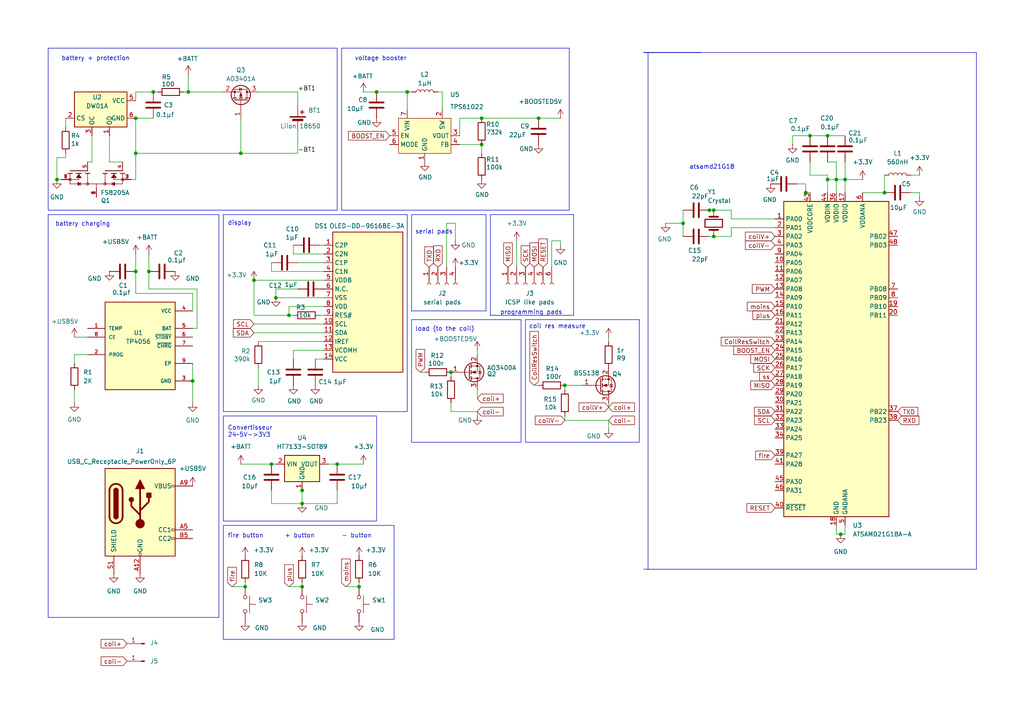
<source format=kicad_sch>
(kicad_sch
	(version 20231120)
	(generator "eeschema")
	(generator_version "8.0")
	(uuid "e79128ee-212b-4442-a43f-c163c43b8a09")
	(paper "A4")
	(title_block
		(title "VBox")
		(date "2024-12-24")
		(rev "0.1")
	)
	
	(junction
		(at 156.21 34.29)
		(diameter 0)
		(color 0 0 0 0)
		(uuid "0dc5ae22-7e67-4120-9f6e-a0e265feab63")
	)
	(junction
		(at 104.14 170.18)
		(diameter 0)
		(color 0 0 0 0)
		(uuid "18089797-9ba5-41f3-b4dd-22d805fc1bda")
	)
	(junction
		(at 71.12 170.18)
		(diameter 0)
		(color 0 0 0 0)
		(uuid "1cad8433-b5bd-4d9e-9e8a-7abf3e5a97e8")
	)
	(junction
		(at 43.18 78.74)
		(diameter 0)
		(color 0 0 0 0)
		(uuid "23504f13-80a2-4715-bef8-aa16c7b529df")
	)
	(junction
		(at 39.37 78.74)
		(diameter 0)
		(color 0 0 0 0)
		(uuid "25212f8e-a551-485c-9432-5ecf007d1aa6")
	)
	(junction
		(at 256.54 55.88)
		(diameter 0)
		(color 0 0 0 0)
		(uuid "28a7f15f-e8cb-47fa-9735-95b60f69a11e")
	)
	(junction
		(at 78.74 134.62)
		(diameter 0)
		(color 0 0 0 0)
		(uuid "28eae92f-0177-4bde-8608-e0e261004e73")
	)
	(junction
		(at 87.63 170.18)
		(diameter 0)
		(color 0 0 0 0)
		(uuid "2da2010b-fbe0-4ab2-a32a-f05116a772a0")
	)
	(junction
		(at 139.7 41.91)
		(diameter 0)
		(color 0 0 0 0)
		(uuid "2f2a38f0-9a2c-40ee-9f91-325ece032515")
	)
	(junction
		(at 130.81 107.95)
		(diameter 0)
		(color 0 0 0 0)
		(uuid "3ef91fd5-9073-4191-ba06-a03f508dc868")
	)
	(junction
		(at 39.37 34.29)
		(diameter 0)
		(color 0 0 0 0)
		(uuid "40f166c1-6a8b-4ecc-8b51-eb5486a28fec")
	)
	(junction
		(at 83.82 91.44)
		(diameter 0)
		(color 0 0 0 0)
		(uuid "4217b900-d535-4734-a2ac-7b93230d661f")
	)
	(junction
		(at 240.03 39.37)
		(diameter 0)
		(color 0 0 0 0)
		(uuid "493ef42d-3b1e-4d6c-b517-aa3ae5fb25c1")
	)
	(junction
		(at 139.7 34.29)
		(diameter 0)
		(color 0 0 0 0)
		(uuid "4e39a01e-112a-4b12-a345-0efbd1d14871")
	)
	(junction
		(at 73.66 81.28)
		(diameter 0)
		(color 0 0 0 0)
		(uuid "5e612b7d-95fe-4bd7-949f-a70b8fc4404d")
	)
	(junction
		(at 207.01 60.96)
		(diameter 0)
		(color 0 0 0 0)
		(uuid "65fc6330-fe0c-4dec-8cfa-07ba958e8f0d")
	)
	(junction
		(at 205.74 60.96)
		(diameter 0)
		(color 0 0 0 0)
		(uuid "70939512-8999-4a3a-bc2a-982e08c1650b")
	)
	(junction
		(at 243.84 154.94)
		(diameter 0)
		(color 0 0 0 0)
		(uuid "75eeb78e-93a7-4e17-a6d2-a82cb97a94a3")
	)
	(junction
		(at 87.63 146.05)
		(diameter 0)
		(color 0 0 0 0)
		(uuid "8af1900f-011d-4e7c-9336-0af8428564d3")
	)
	(junction
		(at 109.22 26.67)
		(diameter 0)
		(color 0 0 0 0)
		(uuid "8b5fb09f-0e0b-4e96-941c-4bab801f13bb")
	)
	(junction
		(at 245.11 52.07)
		(diameter 0)
		(color 0 0 0 0)
		(uuid "8fbfbb1d-c229-48ea-8a99-c591d40861c0")
	)
	(junction
		(at 80.01 86.36)
		(diameter 0)
		(color 0 0 0 0)
		(uuid "9dd5d14b-36b0-4a2b-ad26-b1f91462cdbc")
	)
	(junction
		(at 97.79 134.62)
		(diameter 0)
		(color 0 0 0 0)
		(uuid "9eecbaab-3d57-455c-a445-6dbf96764891")
	)
	(junction
		(at 16.51 52.07)
		(diameter 0)
		(color 0 0 0 0)
		(uuid "a34ece46-2b51-48f3-a371-3d05e13266c7")
	)
	(junction
		(at 163.83 111.76)
		(diameter 0)
		(color 0 0 0 0)
		(uuid "be851727-ca71-4e0f-9e35-53c8d92392f8")
	)
	(junction
		(at 69.85 44.45)
		(diameter 0)
		(color 0 0 0 0)
		(uuid "c157e39a-ad68-439a-9093-a16128fa68ca")
	)
	(junction
		(at 87.63 142.24)
		(diameter 0)
		(color 0 0 0 0)
		(uuid "c71f55cd-11fe-4047-b95e-2f5d9893fb4b")
	)
	(junction
		(at 44.45 26.67)
		(diameter 0)
		(color 0 0 0 0)
		(uuid "cc57f43e-bb39-44af-a9a0-88db0b9dc470")
	)
	(junction
		(at 39.37 44.45)
		(diameter 0)
		(color 0 0 0 0)
		(uuid "d394c192-c090-4cb0-8ff1-b6f13af8499d")
	)
	(junction
		(at 118.11 26.67)
		(diameter 0)
		(color 0 0 0 0)
		(uuid "dcc9532d-b0ef-4650-b2cd-5a3965bfb898")
	)
	(junction
		(at 198.12 64.77)
		(diameter 0)
		(color 0 0 0 0)
		(uuid "dd6d74a7-d191-403d-900d-98ea5afbf557")
	)
	(junction
		(at 234.95 39.37)
		(diameter 0)
		(color 0 0 0 0)
		(uuid "df5d0cff-c28b-408a-86fc-f8cb5b38b2be")
	)
	(junction
		(at 207.01 68.58)
		(diameter 0)
		(color 0 0 0 0)
		(uuid "e21ecfdc-20b7-42d1-9131-726bb411738e")
	)
	(junction
		(at 233.68 55.88)
		(diameter 0)
		(color 0 0 0 0)
		(uuid "e6086cf0-07e5-4180-9234-9530fe09b7e6")
	)
	(junction
		(at 242.57 52.07)
		(diameter 0)
		(color 0 0 0 0)
		(uuid "e69e276e-6a11-412e-ae07-eb6b5b6008e3")
	)
	(junction
		(at 240.03 52.07)
		(diameter 0)
		(color 0 0 0 0)
		(uuid "e8ecf99e-f45c-4bbf-b51f-1f1b7eb9896b")
	)
	(junction
		(at 55.88 110.49)
		(diameter 0)
		(color 0 0 0 0)
		(uuid "eff7a68a-7026-48de-bc34-3329900a0206")
	)
	(junction
		(at 54.61 26.67)
		(diameter 0)
		(color 0 0 0 0)
		(uuid "fd303f27-1f51-4c62-947e-2c22d346bc82")
	)
	(wire
		(pts
			(xy 229.87 41.91) (xy 229.87 39.37)
		)
		(stroke
			(width 0)
			(type default)
		)
		(uuid "001c2bf2-5906-45fa-a51b-ceb9d597f272")
	)
	(wire
		(pts
			(xy 264.16 50.8) (xy 266.7 50.8)
		)
		(stroke
			(width 0)
			(type default)
		)
		(uuid "00e7f358-c298-4e98-8cb6-a9c0f3208779")
	)
	(wire
		(pts
			(xy 176.53 116.84) (xy 176.53 118.11)
		)
		(stroke
			(width 0)
			(type default)
		)
		(uuid "02cf9f3f-1335-495f-929a-004e64318b38")
	)
	(wire
		(pts
			(xy 83.82 88.9) (xy 83.82 91.44)
		)
		(stroke
			(width 0)
			(type default)
		)
		(uuid "059d077b-37cf-42c5-ab1f-07845c2262af")
	)
	(wire
		(pts
			(xy 19.05 44.45) (xy 19.05 45.72)
		)
		(stroke
			(width 0)
			(type default)
		)
		(uuid "0746fb1a-8712-47ff-b3f8-79ee6c6a3485")
	)
	(wire
		(pts
			(xy 231.14 53.34) (xy 233.68 53.34)
		)
		(stroke
			(width 0)
			(type default)
		)
		(uuid "081c4f63-4b4d-4db5-ac4b-c03430064cb4")
	)
	(wire
		(pts
			(xy 207.01 60.96) (xy 212.09 60.96)
		)
		(stroke
			(width 0)
			(type default)
		)
		(uuid "09dd95d5-2327-4a2a-afb2-1bc7b43e11dc")
	)
	(wire
		(pts
			(xy 92.71 91.44) (xy 93.98 91.44)
		)
		(stroke
			(width 0)
			(type default)
		)
		(uuid "09f80b0d-7df1-4211-a7d3-bc19f8ca477b")
	)
	(wire
		(pts
			(xy 57.15 95.25) (xy 55.88 95.25)
		)
		(stroke
			(width 0)
			(type default)
		)
		(uuid "0d2565ff-dbd2-4fee-a2fc-1af442afa4c4")
	)
	(wire
		(pts
			(xy 130.81 107.95) (xy 130.81 109.22)
		)
		(stroke
			(width 0)
			(type default)
		)
		(uuid "0e1b5d87-e65c-49a2-8fa4-86a8ec764796")
	)
	(wire
		(pts
			(xy 57.15 95.25) (xy 57.15 83.82)
		)
		(stroke
			(width 0)
			(type default)
		)
		(uuid "0e258064-ae6f-45b7-afc3-a11f21ac0895")
	)
	(wire
		(pts
			(xy 245.11 52.07) (xy 245.11 55.88)
		)
		(stroke
			(width 0)
			(type default)
		)
		(uuid "0fe0a0ee-faef-449b-ab10-e5795efffab7")
	)
	(wire
		(pts
			(xy 86.36 83.82) (xy 80.01 83.82)
		)
		(stroke
			(width 0)
			(type default)
		)
		(uuid "11377225-1192-4577-a11a-9ca23dce9978")
	)
	(wire
		(pts
			(xy 97.79 134.62) (xy 105.41 134.62)
		)
		(stroke
			(width 0)
			(type default)
		)
		(uuid "11f97727-7aac-40bf-aecb-d70465441d47")
	)
	(wire
		(pts
			(xy 104.14 170.18) (xy 104.14 168.91)
		)
		(stroke
			(width 0)
			(type default)
		)
		(uuid "12fd672e-f86f-4f97-a9e8-f67e0b41ee28")
	)
	(wire
		(pts
			(xy 139.7 34.29) (xy 156.21 34.29)
		)
		(stroke
			(width 0)
			(type default)
		)
		(uuid "13e4932e-873f-4478-9587-edc3ed9fb69c")
	)
	(polyline
		(pts
			(xy 119.38 90.17) (xy 140.97 90.17)
		)
		(stroke
			(width 0)
			(type default)
		)
		(uuid "155efccc-bc2f-4e69-a90d-14efdf2d93df")
	)
	(wire
		(pts
			(xy 93.98 73.66) (xy 85.09 73.66)
		)
		(stroke
			(width 0)
			(type default)
		)
		(uuid "1583726e-8ef6-4253-88c6-6869fabf56c8")
	)
	(wire
		(pts
			(xy 138.43 119.38) (xy 138.43 120.65)
		)
		(stroke
			(width 0)
			(type default)
		)
		(uuid "1789b0cd-e5e3-4188-8dc5-7fc1118bfb4c")
	)
	(wire
		(pts
			(xy 118.11 26.67) (xy 119.38 26.67)
		)
		(stroke
			(width 0)
			(type default)
		)
		(uuid "1c01d52e-7266-4937-aff7-c71ade0c2b67")
	)
	(wire
		(pts
			(xy 87.63 140.97) (xy 87.63 142.24)
		)
		(stroke
			(width 0)
			(type default)
		)
		(uuid "1c1aa68e-72a8-4f55-83ca-a0554456f057")
	)
	(wire
		(pts
			(xy 205.74 68.58) (xy 207.01 68.58)
		)
		(stroke
			(width 0)
			(type default)
		)
		(uuid "206ea08f-7925-4572-9454-b9364904f29f")
	)
	(wire
		(pts
			(xy 207.01 68.58) (xy 212.09 68.58)
		)
		(stroke
			(width 0)
			(type default)
		)
		(uuid "2299b2bc-2b78-42de-9069-eb89126373cb")
	)
	(wire
		(pts
			(xy 245.11 52.07) (xy 250.19 52.07)
		)
		(stroke
			(width 0)
			(type default)
		)
		(uuid "24b3a105-032e-46c6-843a-a8427d6f7f66")
	)
	(wire
		(pts
			(xy 133.35 34.29) (xy 139.7 34.29)
		)
		(stroke
			(width 0)
			(type default)
		)
		(uuid "2c034e51-f1af-476e-8dd0-d969344c4ad9")
	)
	(wire
		(pts
			(xy 93.98 76.2) (xy 86.36 76.2)
		)
		(stroke
			(width 0)
			(type default)
		)
		(uuid "2cb62b69-e6a5-4953-9d3c-aa3a075cb925")
	)
	(wire
		(pts
			(xy 39.37 44.45) (xy 69.85 44.45)
		)
		(stroke
			(width 0)
			(type default)
		)
		(uuid "2cdcaef8-d603-4b28-870f-6290558e9f60")
	)
	(wire
		(pts
			(xy 133.35 39.37) (xy 133.35 34.29)
		)
		(stroke
			(width 0)
			(type default)
		)
		(uuid "2cf55bf0-b39e-4d1a-867a-a052ec5a0d52")
	)
	(wire
		(pts
			(xy 31.75 39.37) (xy 31.75 46.99)
		)
		(stroke
			(width 0)
			(type default)
		)
		(uuid "2e3d4023-7418-43d3-9133-cf755d25a37d")
	)
	(wire
		(pts
			(xy 198.12 60.96) (xy 198.12 64.77)
		)
		(stroke
			(width 0)
			(type default)
		)
		(uuid "2f5d092a-ff5e-4bb5-8f77-0c5c3f32c70a")
	)
	(wire
		(pts
			(xy 73.66 93.98) (xy 93.98 93.98)
		)
		(stroke
			(width 0)
			(type default)
		)
		(uuid "311cf34a-d8df-4511-ae46-4d42f6c85240")
	)
	(wire
		(pts
			(xy 16.51 52.07) (xy 17.78 52.07)
		)
		(stroke
			(width 0)
			(type default)
		)
		(uuid "3167ec46-f722-4478-ac05-e998364cd6d0")
	)
	(wire
		(pts
			(xy 138.43 101.6) (xy 138.43 102.87)
		)
		(stroke
			(width 0)
			(type default)
		)
		(uuid "33af9308-dea6-4727-abd9-09f45dec61d2")
	)
	(wire
		(pts
			(xy 64.77 26.67) (xy 54.61 26.67)
		)
		(stroke
			(width 0)
			(type default)
		)
		(uuid "3522f34c-6487-49bf-ac51-7323b17345b2")
	)
	(wire
		(pts
			(xy 55.88 110.49) (xy 55.88 116.84)
		)
		(stroke
			(width 0)
			(type default)
		)
		(uuid "36dca280-04b1-4c51-b4b7-6d77284dadcd")
	)
	(wire
		(pts
			(xy 204.47 60.96) (xy 205.74 60.96)
		)
		(stroke
			(width 0)
			(type default)
		)
		(uuid "3783feb7-ae28-484b-b28e-53c86e9589d4")
	)
	(wire
		(pts
			(xy 38.1 52.07) (xy 39.37 52.07)
		)
		(stroke
			(width 0)
			(type default)
		)
		(uuid "391027ba-8856-443e-9d95-57a090209cf3")
	)
	(wire
		(pts
			(xy 26.67 39.37) (xy 26.67 46.99)
		)
		(stroke
			(width 0)
			(type default)
		)
		(uuid "3af4de8c-6483-40d2-aeff-fe3d87599550")
	)
	(wire
		(pts
			(xy 245.11 152.4) (xy 245.11 154.94)
		)
		(stroke
			(width 0)
			(type default)
		)
		(uuid "3ce097d5-18c6-4608-a453-e0fce05cf9c0")
	)
	(wire
		(pts
			(xy 212.09 66.04) (xy 224.79 66.04)
		)
		(stroke
			(width 0)
			(type default)
		)
		(uuid "417dafaf-5036-4456-a10d-5733f5e20894")
	)
	(wire
		(pts
			(xy 256.54 55.88) (xy 256.54 50.8)
		)
		(stroke
			(width 0)
			(type default)
		)
		(uuid "423a72f4-7332-4b04-9cdd-be019e28362e")
	)
	(wire
		(pts
			(xy 129.54 64.77) (xy 129.54 77.47)
		)
		(stroke
			(width 0)
			(type default)
		)
		(uuid "424e1c7b-921f-474a-9dd4-f4ae2f2c5fb1")
	)
	(wire
		(pts
			(xy 240.03 52.07) (xy 240.03 55.88)
		)
		(stroke
			(width 0)
			(type default)
		)
		(uuid "44c795f6-f19c-456c-a2fd-e72e90135f22")
	)
	(wire
		(pts
			(xy 233.68 57.15) (xy 233.68 55.88)
		)
		(stroke
			(width 0)
			(type default)
		)
		(uuid "45293591-3106-4a38-8ece-0096a4a9b366")
	)
	(polyline
		(pts
			(xy 283.21 165.1) (xy 283.21 15.24)
		)
		(stroke
			(width 0)
			(type default)
		)
		(uuid "45c954d0-e2a6-4d43-905a-54951991527e")
	)
	(wire
		(pts
			(xy 69.85 44.45) (xy 86.36 44.45)
		)
		(stroke
			(width 0)
			(type default)
		)
		(uuid "4a8766ae-4928-435e-b110-8211e1648e7f")
	)
	(wire
		(pts
			(xy 92.71 71.12) (xy 93.98 71.12)
		)
		(stroke
			(width 0)
			(type default)
		)
		(uuid "4b0c2310-69ce-4f33-ba09-74e5d47845f2")
	)
	(wire
		(pts
			(xy 39.37 29.21) (xy 39.37 26.67)
		)
		(stroke
			(width 0)
			(type default)
		)
		(uuid "4b9104fc-d6d0-4d02-bf45-2760e05a9936")
	)
	(wire
		(pts
			(xy 198.12 68.58) (xy 198.12 64.77)
		)
		(stroke
			(width 0)
			(type default)
		)
		(uuid "4c2d8e40-a0dc-4745-86ea-d240c9420e7f")
	)
	(wire
		(pts
			(xy 39.37 26.67) (xy 44.45 26.67)
		)
		(stroke
			(width 0)
			(type default)
		)
		(uuid "507581eb-367b-44b3-a5cb-cbf17268a41b")
	)
	(wire
		(pts
			(xy 87.63 142.24) (xy 87.63 146.05)
		)
		(stroke
			(width 0)
			(type default)
		)
		(uuid "50d0f301-4c90-4b17-89eb-93aa0a1e222e")
	)
	(polyline
		(pts
			(xy 166.37 62.23) (xy 142.24 62.23)
		)
		(stroke
			(width 0)
			(type default)
		)
		(uuid "511c05bb-5a67-4ff8-85dc-9a31a77cde9b")
	)
	(wire
		(pts
			(xy 212.09 68.58) (xy 212.09 66.04)
		)
		(stroke
			(width 0)
			(type default)
		)
		(uuid "512d4f9c-9dbc-401d-b937-d2b3774de403")
	)
	(wire
		(pts
			(xy 163.83 111.76) (xy 168.91 111.76)
		)
		(stroke
			(width 0)
			(type default)
		)
		(uuid "548e2e2a-7b46-4732-a5fc-8e13366df124")
	)
	(wire
		(pts
			(xy 242.57 46.99) (xy 242.57 52.07)
		)
		(stroke
			(width 0)
			(type default)
		)
		(uuid "563948bd-76a7-4bac-811f-d438845ed674")
	)
	(wire
		(pts
			(xy 78.74 76.2) (xy 78.74 78.74)
		)
		(stroke
			(width 0)
			(type default)
		)
		(uuid "5a068dd7-1cff-4346-9101-649bb2162239")
	)
	(wire
		(pts
			(xy 245.11 46.99) (xy 245.11 52.07)
		)
		(stroke
			(width 0)
			(type default)
		)
		(uuid "5a7df095-19e9-4318-81ce-c92d76fea762")
	)
	(wire
		(pts
			(xy 39.37 34.29) (xy 44.45 34.29)
		)
		(stroke
			(width 0)
			(type default)
		)
		(uuid "5a96c07f-c099-4d57-ab78-8108721f3b21")
	)
	(wire
		(pts
			(xy 54.61 26.67) (xy 54.61 21.59)
		)
		(stroke
			(width 0)
			(type default)
		)
		(uuid "5abe0e43-0321-4927-a464-6e61efe86853")
	)
	(wire
		(pts
			(xy 133.35 41.91) (xy 139.7 41.91)
		)
		(stroke
			(width 0)
			(type default)
		)
		(uuid "5adb3eb4-b2ef-46f7-92f8-bfa41cf9789a")
	)
	(wire
		(pts
			(xy 21.59 102.87) (xy 21.59 105.41)
		)
		(stroke
			(width 0)
			(type default)
		)
		(uuid "5c0b93d7-54ae-42a1-b7b0-9cfef1925c8a")
	)
	(wire
		(pts
			(xy 242.57 154.94) (xy 242.57 152.4)
		)
		(stroke
			(width 0)
			(type default)
		)
		(uuid "5c22cb53-56f1-419c-b7ac-e36c6950177c")
	)
	(wire
		(pts
			(xy 234.95 50.8) (xy 240.03 50.8)
		)
		(stroke
			(width 0)
			(type default)
		)
		(uuid "5c2b52c2-dcac-464a-a137-e73644344e3a")
	)
	(wire
		(pts
			(xy 233.68 55.88) (xy 234.95 55.88)
		)
		(stroke
			(width 0)
			(type default)
		)
		(uuid "5c5e8f76-6622-425b-9f90-50fa6ca6a3d9")
	)
	(wire
		(pts
			(xy 39.37 34.29) (xy 39.37 44.45)
		)
		(stroke
			(width 0)
			(type default)
		)
		(uuid "61def6f6-ddfe-460e-ba08-30ae2262006d")
	)
	(polyline
		(pts
			(xy 142.24 91.44) (xy 143.51 91.44)
		)
		(stroke
			(width 0)
			(type default)
		)
		(uuid "625d55d7-c07c-4054-9e1a-c141a93ea859")
	)
	(wire
		(pts
			(xy 130.81 119.38) (xy 138.43 119.38)
		)
		(stroke
			(width 0)
			(type default)
		)
		(uuid "6283c6ad-4869-49be-b80b-4fd025459d68")
	)
	(wire
		(pts
			(xy 149.86 69.85) (xy 149.86 77.47)
		)
		(stroke
			(width 0)
			(type default)
		)
		(uuid "62c0d760-160b-44b0-a21d-099c041a71be")
	)
	(wire
		(pts
			(xy 19.05 45.72) (xy 16.51 45.72)
		)
		(stroke
			(width 0)
			(type default)
		)
		(uuid "6823a712-7d62-4652-a910-4ecb18fe1b6f")
	)
	(wire
		(pts
			(xy 95.25 134.62) (xy 97.79 134.62)
		)
		(stroke
			(width 0)
			(type default)
		)
		(uuid "69193738-8b61-4804-8df9-abb894b50bdf")
	)
	(wire
		(pts
			(xy 163.83 121.92) (xy 176.53 121.92)
		)
		(stroke
			(width 0)
			(type default)
		)
		(uuid "69680cee-ef93-4c65-b05e-812a6a06224c")
	)
	(wire
		(pts
			(xy 53.34 26.67) (xy 54.61 26.67)
		)
		(stroke
			(width 0)
			(type default)
		)
		(uuid "69e8bee0-0ae5-4716-91d3-dc7ff4b23f8a")
	)
	(wire
		(pts
			(xy 86.36 30.48) (xy 86.36 26.67)
		)
		(stroke
			(width 0)
			(type default)
		)
		(uuid "6b39adab-86a5-4f34-8b36-3aa4ca9c2636")
	)
	(wire
		(pts
			(xy 229.87 39.37) (xy 234.95 39.37)
		)
		(stroke
			(width 0)
			(type default)
		)
		(uuid "6c384dcd-98b1-4a57-9b2f-f748a00b9372")
	)
	(polyline
		(pts
			(xy 142.24 62.23) (xy 142.24 91.44)
		)
		(stroke
			(width 0)
			(type default)
		)
		(uuid "6f45e15f-7737-4827-9ca7-a190453a377a")
	)
	(wire
		(pts
			(xy 43.18 83.82) (xy 43.18 78.74)
		)
		(stroke
			(width 0)
			(type default)
		)
		(uuid "72de1630-a37d-42a2-af6e-112fe85d9e55")
	)
	(wire
		(pts
			(xy 154.94 111.76) (xy 156.21 111.76)
		)
		(stroke
			(width 0)
			(type default)
		)
		(uuid "74208038-b870-4ae9-8aa2-5c6d016630f1")
	)
	(wire
		(pts
			(xy 233.68 53.34) (xy 233.68 55.88)
		)
		(stroke
			(width 0)
			(type default)
		)
		(uuid "75fe539f-82b4-4f68-a8f8-46c8c4b9a031")
	)
	(wire
		(pts
			(xy 240.03 50.8) (xy 240.03 52.07)
		)
		(stroke
			(width 0)
			(type default)
		)
		(uuid "778cafbb-8f63-477c-894d-40ee7ae006ee")
	)
	(wire
		(pts
			(xy 39.37 85.09) (xy 39.37 78.74)
		)
		(stroke
			(width 0)
			(type default)
		)
		(uuid "78f17253-1d2b-444e-bad5-bf7ebdc39753")
	)
	(wire
		(pts
			(xy 78.74 146.05) (xy 87.63 146.05)
		)
		(stroke
			(width 0)
			(type default)
		)
		(uuid "7dbc4fff-eea6-41d6-83d7-700fb85e7c1b")
	)
	(wire
		(pts
			(xy 234.95 39.37) (xy 240.03 39.37)
		)
		(stroke
			(width 0)
			(type default)
		)
		(uuid "7ed89645-2dc7-4f00-ab2e-e05e8444f924")
	)
	(wire
		(pts
			(xy 74.93 99.06) (xy 93.98 99.06)
		)
		(stroke
			(width 0)
			(type default)
		)
		(uuid "803ede38-9d19-4360-9da4-305d1900f3ca")
	)
	(wire
		(pts
			(xy 243.84 154.94) (xy 245.11 154.94)
		)
		(stroke
			(width 0)
			(type default)
		)
		(uuid "83b4bf48-1e8a-4c8e-972e-8f397db731fb")
	)
	(wire
		(pts
			(xy 93.98 81.28) (xy 73.66 81.28)
		)
		(stroke
			(width 0)
			(type default)
		)
		(uuid "85b4d837-ede9-41a2-8b6b-be843669f01d")
	)
	(wire
		(pts
			(xy 73.66 81.28) (xy 73.66 91.44)
		)
		(stroke
			(width 0)
			(type default)
		)
		(uuid "870b3c73-176b-4954-99bf-e4a3f4d86f5b")
	)
	(wire
		(pts
			(xy 78.74 134.62) (xy 80.01 134.62)
		)
		(stroke
			(width 0)
			(type default)
		)
		(uuid "889e4369-8b34-4920-ac88-7b382e09dc3f")
	)
	(wire
		(pts
			(xy 240.03 52.07) (xy 242.57 52.07)
		)
		(stroke
			(width 0)
			(type default)
		)
		(uuid "8987cf81-815d-4e6e-a98d-0ce8a727e55f")
	)
	(wire
		(pts
			(xy 55.88 85.09) (xy 39.37 85.09)
		)
		(stroke
			(width 0)
			(type default)
		)
		(uuid "8a69fa63-9b01-4512-9633-60770ffd6532")
	)
	(wire
		(pts
			(xy 118.11 26.67) (xy 118.11 31.75)
		)
		(stroke
			(width 0)
			(type default)
		)
		(uuid "8b61020e-e1a6-4156-aed8-1f68d508c328")
	)
	(wire
		(pts
			(xy 212.09 60.96) (xy 212.09 63.5)
		)
		(stroke
			(width 0)
			(type default)
		)
		(uuid "8ccdf24d-7ba4-40aa-a4e9-43de31342d8b")
	)
	(wire
		(pts
			(xy 130.81 119.38) (xy 130.81 116.84)
		)
		(stroke
			(width 0)
			(type default)
		)
		(uuid "8fb22a5f-8b5f-423b-83c4-bce99c9508a2")
	)
	(wire
		(pts
			(xy 55.88 90.17) (xy 55.88 85.09)
		)
		(stroke
			(width 0)
			(type default)
		)
		(uuid "9058f39b-d13c-4c72-80e5-f5a68a2cc134")
	)
	(wire
		(pts
			(xy 176.53 121.92) (xy 176.53 124.46)
		)
		(stroke
			(width 0)
			(type default)
		)
		(uuid "906219c4-6932-42e9-9f6a-fa4d1aca87cc")
	)
	(wire
		(pts
			(xy 100.33 170.18) (xy 104.14 170.18)
		)
		(stroke
			(width 0)
			(type default)
		)
		(uuid "90b1765e-5524-452d-959c-1997c614fda6")
	)
	(wire
		(pts
			(xy 129.54 64.77) (xy 132.08 64.77)
		)
		(stroke
			(width 0)
			(type default)
		)
		(uuid "914fe708-b5eb-4b11-a470-de7f4e34fdcb")
	)
	(wire
		(pts
			(xy 85.09 73.66) (xy 85.09 71.12)
		)
		(stroke
			(width 0)
			(type default)
		)
		(uuid "919ce4dd-0292-41c6-9d22-55c2c409f123")
	)
	(wire
		(pts
			(xy 242.57 52.07) (xy 245.11 52.07)
		)
		(stroke
			(width 0)
			(type default)
		)
		(uuid "92242dbb-018f-436f-9286-d16875ff5529")
	)
	(polyline
		(pts
			(xy 283.21 15.24) (xy 186.69 15.24)
		)
		(stroke
			(width 0)
			(type default)
		)
		(uuid "944feeed-ba8c-42ae-aed8-525f64756468")
	)
	(wire
		(pts
			(xy 87.63 170.18) (xy 87.63 168.91)
		)
		(stroke
			(width 0)
			(type default)
		)
		(uuid "9a3fd8b7-61fe-4002-b7e0-c1a9ac06f228")
	)
	(wire
		(pts
			(xy 243.84 154.94) (xy 242.57 154.94)
		)
		(stroke
			(width 0)
			(type default)
		)
		(uuid "9ce49e65-59d0-4c54-a8a0-220beeb2c857")
	)
	(wire
		(pts
			(xy 39.37 73.66) (xy 39.37 78.74)
		)
		(stroke
			(width 0)
			(type default)
		)
		(uuid "9e310c8a-0642-4073-aa6d-813d716cd45b")
	)
	(wire
		(pts
			(xy 128.27 31.75) (xy 128.27 26.67)
		)
		(stroke
			(width 0)
			(type default)
		)
		(uuid "9f6a8c65-318a-4bdb-b9af-fd742009a117")
	)
	(wire
		(pts
			(xy 71.12 170.18) (xy 71.12 168.91)
		)
		(stroke
			(width 0)
			(type default)
		)
		(uuid "9f7a48ef-6c1f-4994-9fcc-1503e766ed41")
	)
	(wire
		(pts
			(xy 26.67 46.99) (xy 25.4 46.99)
		)
		(stroke
			(width 0)
			(type default)
		)
		(uuid "a20b69e8-d433-475d-a812-0cd1482305f5")
	)
	(wire
		(pts
			(xy 242.57 52.07) (xy 242.57 55.88)
		)
		(stroke
			(width 0)
			(type default)
		)
		(uuid "a4cb355e-98d8-43a9-9822-045e0f5d5d1b")
	)
	(wire
		(pts
			(xy 80.01 83.82) (xy 80.01 86.36)
		)
		(stroke
			(width 0)
			(type default)
		)
		(uuid "a6e28197-eacd-4f41-8242-aa9aafc2e4c4")
	)
	(wire
		(pts
			(xy 85.09 101.6) (xy 85.09 104.14)
		)
		(stroke
			(width 0)
			(type default)
		)
		(uuid "a6e5a03c-0a59-4a4f-bb74-a797aa0e3866")
	)
	(wire
		(pts
			(xy 69.85 34.29) (xy 69.85 44.45)
		)
		(stroke
			(width 0)
			(type default)
		)
		(uuid "a8dac2c3-f7c9-4861-a13a-663e95da4948")
	)
	(wire
		(pts
			(xy 93.98 101.6) (xy 85.09 101.6)
		)
		(stroke
			(width 0)
			(type default)
		)
		(uuid "ace68dec-040e-43dc-94c1-61b7348cadaa")
	)
	(wire
		(pts
			(xy 67.31 170.18) (xy 71.12 170.18)
		)
		(stroke
			(width 0)
			(type default)
		)
		(uuid "ad769812-556c-44fd-b6b7-a469939cf3d1")
	)
	(wire
		(pts
			(xy 160.02 69.85) (xy 162.56 69.85)
		)
		(stroke
			(width 0)
			(type default)
		)
		(uuid "b00e34a9-0740-48bb-b58c-de9e0ed32b07")
	)
	(wire
		(pts
			(xy 86.36 38.1) (xy 86.36 44.45)
		)
		(stroke
			(width 0)
			(type default)
		)
		(uuid "b0d7e412-a508-4273-a8e5-b1bc2dccf00a")
	)
	(polyline
		(pts
			(xy 140.97 90.17) (xy 140.97 62.23)
		)
		(stroke
			(width 0)
			(type default)
		)
		(uuid "b1e5f9e5-7bae-4eee-a5c6-913a23725093")
	)
	(wire
		(pts
			(xy 138.43 113.03) (xy 138.43 115.57)
		)
		(stroke
			(width 0)
			(type default)
		)
		(uuid "b2a7724c-7380-461e-901c-fa6d337b3b12")
	)
	(wire
		(pts
			(xy 160.02 69.85) (xy 160.02 77.47)
		)
		(stroke
			(width 0)
			(type default)
		)
		(uuid "b2cd60e4-0367-4f76-a58a-89bda606426b")
	)
	(wire
		(pts
			(xy 78.74 78.74) (xy 93.98 78.74)
		)
		(stroke
			(width 0)
			(type default)
		)
		(uuid "b352bac4-bfcc-43f9-ac95-46eb71868093")
	)
	(wire
		(pts
			(xy 73.66 91.44) (xy 83.82 91.44)
		)
		(stroke
			(width 0)
			(type default)
		)
		(uuid "b7671b70-5193-4e82-ab2f-4a141b9d6c57")
	)
	(wire
		(pts
			(xy 212.09 63.5) (xy 224.79 63.5)
		)
		(stroke
			(width 0)
			(type default)
		)
		(uuid "b7c9d073-5626-4fc9-ad0b-499e92d4a472")
	)
	(wire
		(pts
			(xy 21.59 113.03) (xy 21.59 116.84)
		)
		(stroke
			(width 0)
			(type default)
		)
		(uuid "b879f85c-02af-4363-8688-cff5a875a864")
	)
	(polyline
		(pts
			(xy 186.69 165.1) (xy 283.21 165.1)
		)
		(stroke
			(width 0)
			(type default)
		)
		(uuid "b9367769-d30f-4482-8dc9-e26e78be2778")
	)
	(wire
		(pts
			(xy 16.51 45.72) (xy 16.51 52.07)
		)
		(stroke
			(width 0)
			(type default)
		)
		(uuid "b9803d74-78d2-4049-935e-89bd068d78b8")
	)
	(polyline
		(pts
			(xy 119.38 62.23) (xy 119.38 88.9)
		)
		(stroke
			(width 0)
			(type default)
		)
		(uuid "b9c4014f-a92b-4056-9079-a0546028cf45")
	)
	(wire
		(pts
			(xy 163.83 120.65) (xy 163.83 121.92)
		)
		(stroke
			(width 0)
			(type default)
		)
		(uuid "ba79c6e7-09ce-46a6-bcab-45c60dc31437")
	)
	(wire
		(pts
			(xy 156.21 34.29) (xy 162.56 34.29)
		)
		(stroke
			(width 0)
			(type default)
		)
		(uuid "bbff4e7a-f56b-4542-a514-183058c05d62")
	)
	(wire
		(pts
			(xy 19.05 34.29) (xy 19.05 36.83)
		)
		(stroke
			(width 0)
			(type default)
		)
		(uuid "bc36a65e-af7f-4f86-971a-fced82fcc346")
	)
	(wire
		(pts
			(xy 234.95 50.8) (xy 234.95 46.99)
		)
		(stroke
			(width 0)
			(type default)
		)
		(uuid "bd577085-fcff-4e2a-9e72-bb017b170f09")
	)
	(wire
		(pts
			(xy 43.18 73.66) (xy 43.18 78.74)
		)
		(stroke
			(width 0)
			(type default)
		)
		(uuid "c0a58d72-19b2-4a3a-ae66-234ce5d65b39")
	)
	(wire
		(pts
			(xy 264.16 55.88) (xy 266.7 55.88)
		)
		(stroke
			(width 0)
			(type default)
		)
		(uuid "c0e1bdf0-6030-442f-9ce5-6911939e6709")
	)
	(wire
		(pts
			(xy 73.66 96.52) (xy 93.98 96.52)
		)
		(stroke
			(width 0)
			(type default)
		)
		(uuid "c3a93bbf-8b41-42ed-98ee-826ff1af8c11")
	)
	(wire
		(pts
			(xy 74.93 111.76) (xy 74.93 106.68)
		)
		(stroke
			(width 0)
			(type default)
		)
		(uuid "c47013ba-a793-4ac5-ba01-97f694620218")
	)
	(wire
		(pts
			(xy 39.37 44.45) (xy 39.37 52.07)
		)
		(stroke
			(width 0)
			(type default)
		)
		(uuid "c60e6008-802e-46ee-bf71-263d617c4326")
	)
	(wire
		(pts
			(xy 83.82 170.18) (xy 87.63 170.18)
		)
		(stroke
			(width 0)
			(type default)
		)
		(uuid "c685704e-3c4c-40d5-b39a-57a2052ad9ea")
	)
	(wire
		(pts
			(xy 97.79 142.24) (xy 97.79 146.05)
		)
		(stroke
			(width 0)
			(type default)
		)
		(uuid "c8839131-40c9-41c6-afdf-36438eb88f41")
	)
	(wire
		(pts
			(xy 91.44 104.14) (xy 93.98 104.14)
		)
		(stroke
			(width 0)
			(type default)
		)
		(uuid "c88b8da0-884f-4780-aed2-e03e9939932f")
	)
	(wire
		(pts
			(xy 83.82 91.44) (xy 85.09 91.44)
		)
		(stroke
			(width 0)
			(type default)
		)
		(uuid "c971b6cb-a311-4ddb-a3b1-6cbd1e89d0e2")
	)
	(wire
		(pts
			(xy 132.08 64.77) (xy 132.08 69.85)
		)
		(stroke
			(width 0)
			(type default)
		)
		(uuid "cf269dfc-b934-410a-86b5-cf76953fed13")
	)
	(wire
		(pts
			(xy 69.85 134.62) (xy 78.74 134.62)
		)
		(stroke
			(width 0)
			(type default)
		)
		(uuid "cf3f1dd0-cc4d-4204-ad98-6eb085eee002")
	)
	(wire
		(pts
			(xy 25.4 102.87) (xy 21.59 102.87)
		)
		(stroke
			(width 0)
			(type default)
		)
		(uuid "d15a4deb-d980-4d86-9ec0-5bae7744c017")
	)
	(wire
		(pts
			(xy 105.41 26.67) (xy 109.22 26.67)
		)
		(stroke
			(width 0)
			(type default)
		)
		(uuid "d1a907b3-5811-4996-ad0f-d9ce4c77f16e")
	)
	(wire
		(pts
			(xy 250.19 55.88) (xy 256.54 55.88)
		)
		(stroke
			(width 0)
			(type default)
		)
		(uuid "d32d52dc-b425-4862-8d0b-b68713b51019")
	)
	(polyline
		(pts
			(xy 119.38 88.9) (xy 119.38 90.17)
		)
		(stroke
			(width 0)
			(type default)
		)
		(uuid "d36bb747-eaf4-4aba-857b-e6181f6a24d5")
	)
	(wire
		(pts
			(xy 128.27 26.67) (xy 127 26.67)
		)
		(stroke
			(width 0)
			(type default)
		)
		(uuid "d686b5ce-3650-4b5b-8f9d-f75125b89c07")
	)
	(polyline
		(pts
			(xy 140.97 62.23) (xy 119.38 62.23)
		)
		(stroke
			(width 0)
			(type default)
		)
		(uuid "d68e54a4-3fae-440e-a27e-de6635bc1259")
	)
	(wire
		(pts
			(xy 44.45 26.67) (xy 45.72 26.67)
		)
		(stroke
			(width 0)
			(type default)
		)
		(uuid "d8a0b507-701b-4230-a1af-86a1849847bd")
	)
	(polyline
		(pts
			(xy 166.37 91.44) (xy 166.37 62.23)
		)
		(stroke
			(width 0)
			(type default)
		)
		(uuid "d8a1ce83-6b69-46ba-b328-90c0d90716ae")
	)
	(wire
		(pts
			(xy 162.56 69.85) (xy 162.56 71.12)
		)
		(stroke
			(width 0)
			(type default)
		)
		(uuid "d9861edb-c71d-464f-8e04-2b1d2f977e8c")
	)
	(wire
		(pts
			(xy 78.74 142.24) (xy 78.74 146.05)
		)
		(stroke
			(width 0)
			(type default)
		)
		(uuid "da15444d-a76c-4b7e-9e35-7f1ca59e427c")
	)
	(wire
		(pts
			(xy 86.36 26.67) (xy 74.93 26.67)
		)
		(stroke
			(width 0)
			(type default)
		)
		(uuid "dc76ba07-1e40-4b64-8e01-72ce0a5a3d47")
	)
	(wire
		(pts
			(xy 240.03 46.99) (xy 242.57 46.99)
		)
		(stroke
			(width 0)
			(type default)
		)
		(uuid "dc962509-2530-474a-88c1-e025fe7d84d0")
	)
	(wire
		(pts
			(xy 80.01 86.36) (xy 93.98 86.36)
		)
		(stroke
			(width 0)
			(type default)
		)
		(uuid "deff7a0c-f4d1-40b3-993a-6a01680c5bfa")
	)
	(wire
		(pts
			(xy 176.53 99.06) (xy 176.53 97.79)
		)
		(stroke
			(width 0)
			(type default)
		)
		(uuid "e05a9d11-1dd5-44b1-9032-0ce3f315b94d")
	)
	(polyline
		(pts
			(xy 187.96 15.24) (xy 187.96 165.1)
		)
		(stroke
			(width 0)
			(type default)
		)
		(uuid "e35ca5e1-8659-42ff-a65e-e71e65ddcb2d")
	)
	(wire
		(pts
			(xy 240.03 39.37) (xy 245.11 39.37)
		)
		(stroke
			(width 0)
			(type default)
		)
		(uuid "e412fb2b-2abe-4a14-ad74-656199a13e43")
	)
	(wire
		(pts
			(xy 21.59 97.79) (xy 25.4 97.79)
		)
		(stroke
			(width 0)
			(type default)
		)
		(uuid "e76b283b-92d8-4bb7-9561-91d7a5027793")
	)
	(wire
		(pts
			(xy 109.22 26.67) (xy 118.11 26.67)
		)
		(stroke
			(width 0)
			(type default)
		)
		(uuid "e8ccfd51-86c8-4a1c-a0f7-5beef73fa129")
	)
	(wire
		(pts
			(xy 198.12 64.77) (xy 193.04 64.77)
		)
		(stroke
			(width 0)
			(type default)
		)
		(uuid "e99093d1-3c1f-4723-8837-b4eaddffc523")
	)
	(wire
		(pts
			(xy 31.75 46.99) (xy 35.56 46.99)
		)
		(stroke
			(width 0)
			(type default)
		)
		(uuid "eb645478-4301-4d23-bf30-33dc61cb4440")
	)
	(wire
		(pts
			(xy 55.88 105.41) (xy 55.88 110.49)
		)
		(stroke
			(width 0)
			(type default)
		)
		(uuid "ee394567-dcc0-4a72-a255-8a0582506be4")
	)
	(polyline
		(pts
			(xy 186.69 15.24) (xy 203.2 15.24)
		)
		(stroke
			(width 0)
			(type default)
		)
		(uuid "f095d582-ccff-489c-80a4-829b1bd8619c")
	)
	(wire
		(pts
			(xy 266.7 55.88) (xy 266.7 57.15)
		)
		(stroke
			(width 0)
			(type default)
		)
		(uuid "f16c0f01-568f-4515-aea1-b7ef604f5ed8")
	)
	(wire
		(pts
			(xy 163.83 113.03) (xy 163.83 111.76)
		)
		(stroke
			(width 0)
			(type default)
		)
		(uuid "f1ba7617-b639-4810-a9d2-0ca5792b11f5")
	)
	(wire
		(pts
			(xy 121.92 107.95) (xy 123.19 107.95)
		)
		(stroke
			(width 0)
			(type default)
		)
		(uuid "f52d12d5-c0fa-4de5-9d4b-80a7cf0fb496")
	)
	(wire
		(pts
			(xy 87.63 146.05) (xy 97.79 146.05)
		)
		(stroke
			(width 0)
			(type default)
		)
		(uuid "f7454ae1-fb18-44a2-9508-0f66e1d8c5b3")
	)
	(wire
		(pts
			(xy 57.15 83.82) (xy 43.18 83.82)
		)
		(stroke
			(width 0)
			(type default)
		)
		(uuid "f888fe03-954e-4271-b34a-df5b1b38dd13")
	)
	(wire
		(pts
			(xy 93.98 88.9) (xy 83.82 88.9)
		)
		(stroke
			(width 0)
			(type default)
		)
		(uuid "f8d20ee8-1fa4-4ea6-b52e-f0be6681828a")
	)
	(wire
		(pts
			(xy 139.7 41.91) (xy 139.7 44.45)
		)
		(stroke
			(width 0)
			(type default)
		)
		(uuid "fb2ad3da-6e0d-4c1a-bdbe-a0dec5b9291c")
	)
	(wire
		(pts
			(xy 205.74 60.96) (xy 207.01 60.96)
		)
		(stroke
			(width 0)
			(type default)
		)
		(uuid "fdd147ef-64cb-4045-b5ea-7a63a3744c5b")
	)
	(polyline
		(pts
			(xy 142.24 91.44) (xy 166.37 91.44)
		)
		(stroke
			(width 0)
			(type default)
		)
		(uuid "fe72f79c-933c-4578-90b4-4014f626cad6")
	)
	(rectangle
		(start 64.77 120.65)
		(end 109.22 151.13)
		(stroke
			(width 0)
			(type default)
		)
		(fill
			(type none)
		)
		(uuid 3c8fd542-b87a-4687-8abc-5f710b887071)
	)
	(rectangle
		(start 13.97 13.97)
		(end 97.79 60.96)
		(stroke
			(width 0)
			(type default)
		)
		(fill
			(type none)
		)
		(uuid 53c2afa1-91f1-4b46-a877-1e1e08a290e9)
	)
	(rectangle
		(start 152.4 92.71)
		(end 185.42 128.27)
		(stroke
			(width 0)
			(type default)
		)
		(fill
			(type none)
		)
		(uuid 7ad8e7a2-05e9-40ca-8e6e-aca81f88b916)
	)
	(rectangle
		(start 64.77 152.4)
		(end 114.3 185.42)
		(stroke
			(width 0)
			(type default)
		)
		(fill
			(type none)
		)
		(uuid bf9d151d-ddfd-4e94-b48b-0dbbf23f5e42)
	)
	(rectangle
		(start 99.06 13.97)
		(end 165.1 60.96)
		(stroke
			(width 0)
			(type default)
		)
		(fill
			(type none)
		)
		(uuid c2c8d6ae-fbe8-4c4d-ab37-f6f043db280f)
	)
	(rectangle
		(start 13.97 62.23)
		(end 63.5 179.07)
		(stroke
			(width 0)
			(type default)
		)
		(fill
			(type none)
		)
		(uuid ddbcd845-0740-4a1f-897c-34b5d3f1f33a)
	)
	(rectangle
		(start 64.77 62.23)
		(end 118.11 119.38)
		(stroke
			(width 0)
			(type default)
		)
		(fill
			(type none)
		)
		(uuid ecf3cacd-298b-4309-b0b7-32a8e2a2ec20)
	)
	(rectangle
		(start 119.38 92.71)
		(end 151.13 128.27)
		(stroke
			(width 0)
			(type default)
		)
		(fill
			(type none)
		)
		(uuid f31bc701-d4d6-474c-959e-8a912b29025a)
	)
	(text "coil res measure"
		(exclude_from_sim no)
		(at 153.416 95.504 0)
		(effects
			(font
				(size 1.27 1.27)
			)
			(justify left bottom)
		)
		(uuid "087e89e2-f1c1-4e8c-8804-ec4c25cdf7e4")
	)
	(text "Convertisseur\n24~5V->3V3"
		(exclude_from_sim no)
		(at 66.04 127 0)
		(effects
			(font
				(size 1.27 1.27)
			)
			(justify left bottom)
		)
		(uuid "1fbc388c-0b7e-470b-8913-b54c139d8d53")
	)
	(text "voltage booster"
		(exclude_from_sim no)
		(at 102.87 17.78 0)
		(effects
			(font
				(size 1.27 1.27)
			)
			(justify left bottom)
		)
		(uuid "3526efbc-cdae-45af-89cc-fc7e08ce8acf")
	)
	(text "serial pads"
		(exclude_from_sim no)
		(at 120.396 68.072 0)
		(effects
			(font
				(size 1.27 1.27)
			)
			(justify left bottom)
		)
		(uuid "59c93e5e-b68a-45e2-a3ee-b2cb2a1e5c04")
	)
	(text "+ button"
		(exclude_from_sim no)
		(at 82.55 156.21 0)
		(effects
			(font
				(size 1.27 1.27)
			)
			(justify left bottom)
		)
		(uuid "9bc770c7-95a5-4534-847b-a292de76738c")
	)
	(text "load (to the coil)"
		(exclude_from_sim no)
		(at 120.396 96.266 0)
		(effects
			(font
				(size 1.27 1.27)
			)
			(justify left bottom)
		)
		(uuid "badfdcba-1d08-43dc-8de3-5526f2efdbe3")
	)
	(text "battery + protection"
		(exclude_from_sim no)
		(at 17.78 17.78 0)
		(effects
			(font
				(size 1.27 1.27)
			)
			(justify left bottom)
		)
		(uuid "cf6707f9-fc15-4533-a619-b96229307976")
	)
	(text "battery charging"
		(exclude_from_sim no)
		(at 16.002 65.786 0)
		(effects
			(font
				(size 1.27 1.27)
			)
			(justify left bottom)
		)
		(uuid "d2960c67-27bf-4777-950c-aaa700e526c6")
	)
	(text "- button"
		(exclude_from_sim no)
		(at 99.06 156.21 0)
		(effects
			(font
				(size 1.27 1.27)
			)
			(justify left bottom)
		)
		(uuid "d2df5bb6-ec44-4284-80aa-41c931590d5b")
	)
	(text "atsamd21G18"
		(exclude_from_sim no)
		(at 199.898 49.276 0)
		(effects
			(font
				(size 1.27 1.27)
			)
			(justify left bottom)
		)
		(uuid "dd5673ef-a816-4125-92b5-fde51478b588")
	)
	(text "fire button"
		(exclude_from_sim no)
		(at 66.04 156.21 0)
		(effects
			(font
				(size 1.27 1.27)
			)
			(justify left bottom)
		)
		(uuid "e2f9afad-e9d9-4776-99cb-98a849449aac")
	)
	(text "display"
		(exclude_from_sim no)
		(at 66.04 65.532 0)
		(effects
			(font
				(size 1.27 1.27)
			)
			(justify left bottom)
		)
		(uuid "e317e77d-45b9-4fb2-9bab-aeacbfc8aa93")
	)
	(text "programming pads"
		(exclude_from_sim no)
		(at 145.034 91.44 0)
		(effects
			(font
				(size 1.27 1.27)
			)
			(justify left bottom)
		)
		(uuid "e6938b23-4214-43e7-b7f1-17d983772a5a")
	)
	(label "-BT1"
		(at 86.36 44.45 0)
		(fields_autoplaced yes)
		(effects
			(font
				(size 1.27 1.27)
			)
			(justify left bottom)
		)
		(uuid "198fbeda-5b51-4901-90fb-8d47f106eae9")
	)
	(label "+BT1"
		(at 86.36 26.67 0)
		(fields_autoplaced yes)
		(effects
			(font
				(size 1.27 1.27)
			)
			(justify left bottom)
		)
		(uuid "df262f70-44cb-4143-b5c7-34fa2e96f7e1")
	)
	(global_label "moins"
		(shape input)
		(at 100.33 170.18 90)
		(fields_autoplaced yes)
		(effects
			(font
				(size 1.27 1.27)
			)
			(justify left)
		)
		(uuid "10dbdbac-7053-43b1-bcbd-96847b95e7cd")
		(property "Intersheetrefs" "${INTERSHEET_REFS}"
			(at 100.33 161.5706 90)
			(effects
				(font
					(size 1.27 1.27)
				)
				(justify left)
				(hide yes)
			)
		)
	)
	(global_label "SDA"
		(shape input)
		(at 73.66 96.52 180)
		(fields_autoplaced yes)
		(effects
			(font
				(size 1.27 1.27)
			)
			(justify right)
		)
		(uuid "14cc497d-50bd-4238-9791-86ede29a8a14")
		(property "Intersheetrefs" "${INTERSHEET_REFS}"
			(at 67.1067 96.52 0)
			(effects
				(font
					(size 1.27 1.27)
				)
				(justify right)
				(hide yes)
			)
		)
	)
	(global_label "MISO"
		(shape input)
		(at 147.32 77.47 90)
		(fields_autoplaced yes)
		(effects
			(font
				(size 1.27 1.27)
			)
			(justify left)
		)
		(uuid "1868f2d9-af7c-42f8-beb3-96f3258b5e8f")
		(property "Intersheetrefs" "${INTERSHEET_REFS}"
			(at 147.2406 70.5496 90)
			(effects
				(font
					(size 1.27 1.27)
				)
				(justify left)
				(hide yes)
			)
		)
	)
	(global_label "SCK"
		(shape input)
		(at 152.4 77.47 90)
		(fields_autoplaced yes)
		(effects
			(font
				(size 1.27 1.27)
			)
			(justify left)
		)
		(uuid "26727509-ada2-4002-9d26-56f578afa119")
		(property "Intersheetrefs" "${INTERSHEET_REFS}"
			(at 36.83 -17.78 0)
			(effects
				(font
					(size 1.27 1.27)
				)
				(hide yes)
			)
		)
		(property "Références Inter-Feuilles" "${INTERSHEET_REFS}"
			(at 152.3206 71.3963 90)
			(effects
				(font
					(size 1.27 1.27)
				)
				(justify left)
				(hide yes)
			)
		)
	)
	(global_label "RESET"
		(shape input)
		(at 224.79 147.32 180)
		(fields_autoplaced yes)
		(effects
			(font
				(size 1.27 1.27)
			)
			(justify right)
		)
		(uuid "26b5bea3-8c24-4c66-81f6-495f3dbf43cb")
		(property "Intersheetrefs" "${INTERSHEET_REFS}"
			(at 216.0597 147.32 0)
			(effects
				(font
					(size 1.27 1.27)
				)
				(justify right)
				(hide yes)
			)
		)
	)
	(global_label "coil+"
		(shape input)
		(at 36.83 186.69 180)
		(fields_autoplaced yes)
		(effects
			(font
				(size 1.27 1.27)
			)
			(justify right)
		)
		(uuid "277cc8ba-bb2d-4a46-ab47-3ad5b1b2949e")
		(property "Intersheetrefs" "${INTERSHEET_REFS}"
			(at 28.7648 186.69 0)
			(effects
				(font
					(size 1.27 1.27)
				)
				(justify right)
				(hide yes)
			)
		)
	)
	(global_label "coil-"
		(shape input)
		(at 176.53 121.92 0)
		(fields_autoplaced yes)
		(effects
			(font
				(size 1.27 1.27)
			)
			(justify left)
		)
		(uuid "2c68b509-577c-4212-b15a-aaffa126f61c")
		(property "Intersheetrefs" "${INTERSHEET_REFS}"
			(at 184.5952 121.92 0)
			(effects
				(font
					(size 1.27 1.27)
				)
				(justify left)
				(hide yes)
			)
		)
	)
	(global_label "TXD"
		(shape input)
		(at 260.35 119.38 0)
		(fields_autoplaced yes)
		(effects
			(font
				(size 1.27 1.27)
			)
			(justify left)
		)
		(uuid "354ba973-b8a7-4fd5-9b29-2a27481e139c")
		(property "Intersheetrefs" "${INTERSHEET_REFS}"
			(at 266.7823 119.38 0)
			(effects
				(font
					(size 1.27 1.27)
				)
				(justify left)
				(hide yes)
			)
		)
	)
	(global_label "coil+"
		(shape input)
		(at 176.53 118.11 0)
		(fields_autoplaced yes)
		(effects
			(font
				(size 1.27 1.27)
			)
			(justify left)
		)
		(uuid "3e1743b8-8a86-4720-a1f2-d37c67cfd1bb")
		(property "Intersheetrefs" "${INTERSHEET_REFS}"
			(at 184.5952 118.11 0)
			(effects
				(font
					(size 1.27 1.27)
				)
				(justify left)
				(hide yes)
			)
		)
	)
	(global_label "plus"
		(shape input)
		(at 83.82 170.18 90)
		(fields_autoplaced yes)
		(effects
			(font
				(size 1.27 1.27)
			)
			(justify left)
		)
		(uuid "4fea516c-1f27-4f09-938d-548e065dd704")
		(property "Intersheetrefs" "${INTERSHEET_REFS}"
			(at 83.82 163.2035 90)
			(effects
				(font
					(size 1.27 1.27)
				)
				(justify left)
				(hide yes)
			)
		)
	)
	(global_label "PWM"
		(shape input)
		(at 121.92 107.95 90)
		(fields_autoplaced yes)
		(effects
			(font
				(size 1.27 1.27)
			)
			(justify left)
		)
		(uuid "57629fcb-316f-4996-96f1-3a71b6f81eca")
		(property "Intersheetrefs" "${INTERSHEET_REFS}"
			(at 121.92 100.792 90)
			(effects
				(font
					(size 1.27 1.27)
				)
				(justify left)
				(hide yes)
			)
		)
	)
	(global_label "TXD"
		(shape input)
		(at 124.46 77.47 90)
		(fields_autoplaced yes)
		(effects
			(font
				(size 1.27 1.27)
			)
			(justify left)
		)
		(uuid "586ae02e-ddf0-49b7-8a98-6cccd3887a2d")
		(property "Intersheetrefs" "${INTERSHEET_REFS}"
			(at 124.46 71.7713 90)
			(effects
				(font
					(size 1.27 1.27)
				)
				(justify left)
				(hide yes)
			)
		)
		(property "Références Inter-Feuilles" "${INTERSHEET_REFS}"
			(at 126.2952 77.47 90)
			(effects
				(font
					(size 1.27 1.27)
				)
				(justify left)
				(hide yes)
			)
		)
	)
	(global_label "SDA"
		(shape input)
		(at 224.79 119.38 180)
		(fields_autoplaced yes)
		(effects
			(font
				(size 1.27 1.27)
			)
			(justify right)
		)
		(uuid "603a45d7-7d45-4080-87bd-80f9cb124184")
		(property "Intersheetrefs" "${INTERSHEET_REFS}"
			(at 218.2367 119.38 0)
			(effects
				(font
					(size 1.27 1.27)
				)
				(justify right)
				(hide yes)
			)
		)
	)
	(global_label "CoilResSwitch"
		(shape input)
		(at 224.79 99.06 180)
		(fields_autoplaced yes)
		(effects
			(font
				(size 1.27 1.27)
			)
			(justify right)
		)
		(uuid "6488f3e6-a29b-456c-bca4-25316b1481b7")
		(property "Intersheetrefs" "${INTERSHEET_REFS}"
			(at 208.621 99.06 0)
			(effects
				(font
					(size 1.27 1.27)
				)
				(justify right)
				(hide yes)
			)
		)
	)
	(global_label "SCL"
		(shape input)
		(at 224.79 121.92 180)
		(fields_autoplaced yes)
		(effects
			(font
				(size 1.27 1.27)
			)
			(justify right)
		)
		(uuid "6de1f8cc-2d07-46ef-9394-5d1f215e306f")
		(property "Intersheetrefs" "${INTERSHEET_REFS}"
			(at 218.2972 121.92 0)
			(effects
				(font
					(size 1.27 1.27)
				)
				(justify right)
				(hide yes)
			)
		)
	)
	(global_label "coilV-"
		(shape input)
		(at 163.83 121.92 180)
		(fields_autoplaced yes)
		(effects
			(font
				(size 1.27 1.27)
			)
			(justify right)
		)
		(uuid "75200050-8ab8-4f20-a82b-4aff266d0b8f")
		(property "Intersheetrefs" "${INTERSHEET_REFS}"
			(at 154.6762 121.92 0)
			(effects
				(font
					(size 1.27 1.27)
				)
				(justify right)
				(hide yes)
			)
		)
	)
	(global_label "RXD"
		(shape input)
		(at 127 77.47 90)
		(fields_autoplaced yes)
		(effects
			(font
				(size 1.27 1.27)
			)
			(justify left)
		)
		(uuid "794fee9f-bbf2-4ec9-bfcd-fb69b8dad821")
		(property "Intersheetrefs" "${INTERSHEET_REFS}"
			(at 127 71.4689 90)
			(effects
				(font
					(size 1.27 1.27)
				)
				(justify left)
				(hide yes)
			)
		)
	)
	(global_label "MOSI"
		(shape input)
		(at 224.79 104.14 180)
		(fields_autoplaced yes)
		(effects
			(font
				(size 1.27 1.27)
			)
			(justify right)
		)
		(uuid "7b6437dd-948c-46e8-a8b1-1597653aa4a2")
		(property "Intersheetrefs" "${INTERSHEET_REFS}"
			(at 217.2086 104.14 0)
			(effects
				(font
					(size 1.27 1.27)
				)
				(justify right)
				(hide yes)
			)
		)
	)
	(global_label "RESET"
		(shape input)
		(at 157.48 77.47 90)
		(fields_autoplaced yes)
		(effects
			(font
				(size 1.27 1.27)
			)
			(justify left)
		)
		(uuid "816c2b9c-aa1a-4cc0-b912-3f8cac182d98")
		(property "Intersheetrefs" "${INTERSHEET_REFS}"
			(at 36.83 -17.78 0)
			(effects
				(font
					(size 1.27 1.27)
				)
				(hide yes)
			)
		)
		(property "Références Inter-Feuilles" "${INTERSHEET_REFS}"
			(at 157.4006 69.4006 90)
			(effects
				(font
					(size 1.27 1.27)
				)
				(justify left)
				(hide yes)
			)
		)
	)
	(global_label "SCK"
		(shape input)
		(at 224.79 106.68 180)
		(fields_autoplaced yes)
		(effects
			(font
				(size 1.27 1.27)
			)
			(justify right)
		)
		(uuid "893beee3-aa63-409c-b59b-64fa6ce67c05")
		(property "Intersheetrefs" "${INTERSHEET_REFS}"
			(at 218.0553 106.68 0)
			(effects
				(font
					(size 1.27 1.27)
				)
				(justify right)
				(hide yes)
			)
		)
	)
	(global_label "fire"
		(shape input)
		(at 224.79 132.08 180)
		(fields_autoplaced yes)
		(effects
			(font
				(size 1.27 1.27)
			)
			(justify right)
		)
		(uuid "8af2be51-8dba-4f3b-b5b1-8bbfbeedb628")
		(property "Intersheetrefs" "${INTERSHEET_REFS}"
			(at 218.5995 132.08 0)
			(effects
				(font
					(size 1.27 1.27)
				)
				(justify right)
				(hide yes)
			)
		)
	)
	(global_label "CoilResSwitch"
		(shape input)
		(at 154.94 111.76 90)
		(fields_autoplaced yes)
		(effects
			(font
				(size 1.27 1.27)
			)
			(justify left)
		)
		(uuid "8ed9078a-916f-43e5-bfe7-2cd1555f383a")
		(property "Intersheetrefs" "${INTERSHEET_REFS}"
			(at 154.94 95.591 90)
			(effects
				(font
					(size 1.27 1.27)
				)
				(justify left)
				(hide yes)
			)
		)
	)
	(global_label "coilV+"
		(shape input)
		(at 224.79 68.58 180)
		(fields_autoplaced yes)
		(effects
			(font
				(size 1.27 1.27)
			)
			(justify right)
		)
		(uuid "917e6129-e779-4566-b080-e489decadcd0")
		(property "Intersheetrefs" "${INTERSHEET_REFS}"
			(at 215.6362 68.58 0)
			(effects
				(font
					(size 1.27 1.27)
				)
				(justify right)
				(hide yes)
			)
		)
	)
	(global_label "fire"
		(shape input)
		(at 67.31 170.18 90)
		(fields_autoplaced yes)
		(effects
			(font
				(size 1.27 1.27)
			)
			(justify left)
		)
		(uuid "94c55c70-0697-4381-927f-0e815ae8b418")
		(property "Intersheetrefs" "${INTERSHEET_REFS}"
			(at 67.31 163.9895 90)
			(effects
				(font
					(size 1.27 1.27)
				)
				(justify left)
				(hide yes)
			)
		)
	)
	(global_label "plus"
		(shape input)
		(at 224.79 91.44 180)
		(fields_autoplaced yes)
		(effects
			(font
				(size 1.27 1.27)
			)
			(justify right)
		)
		(uuid "c14d83df-1902-45fd-9ada-1ffb3cdc149e")
		(property "Intersheetrefs" "${INTERSHEET_REFS}"
			(at 217.8135 91.44 0)
			(effects
				(font
					(size 1.27 1.27)
				)
				(justify right)
				(hide yes)
			)
		)
	)
	(global_label "coil+"
		(shape input)
		(at 138.43 115.57 0)
		(fields_autoplaced yes)
		(effects
			(font
				(size 1.27 1.27)
			)
			(justify left)
		)
		(uuid "c5485589-0c70-41c6-ac3c-bda95f8cc8e7")
		(property "Intersheetrefs" "${INTERSHEET_REFS}"
			(at 146.4952 115.57 0)
			(effects
				(font
					(size 1.27 1.27)
				)
				(justify left)
				(hide yes)
			)
		)
	)
	(global_label "ss"
		(shape input)
		(at 224.79 109.22 180)
		(fields_autoplaced yes)
		(effects
			(font
				(size 1.27 1.27)
			)
			(justify right)
		)
		(uuid "c5506a46-f3ed-465e-bda7-a84a293eda51")
		(property "Intersheetrefs" "${INTERSHEET_REFS}"
			(at 219.7486 109.22 0)
			(effects
				(font
					(size 1.27 1.27)
				)
				(justify right)
				(hide yes)
			)
		)
	)
	(global_label "MISO"
		(shape input)
		(at 224.79 111.76 180)
		(fields_autoplaced yes)
		(effects
			(font
				(size 1.27 1.27)
			)
			(justify right)
		)
		(uuid "c6ce1854-fd1d-43b7-b578-e651fe5f20f6")
		(property "Intersheetrefs" "${INTERSHEET_REFS}"
			(at 217.2086 111.76 0)
			(effects
				(font
					(size 1.27 1.27)
				)
				(justify right)
				(hide yes)
			)
		)
	)
	(global_label "MOSI"
		(shape input)
		(at 154.94 77.47 90)
		(fields_autoplaced yes)
		(effects
			(font
				(size 1.27 1.27)
			)
			(justify left)
		)
		(uuid "c98cf807-4b39-49cd-bcee-fad0bd7b0d76")
		(property "Intersheetrefs" "${INTERSHEET_REFS}"
			(at 154.8606 70.5496 90)
			(effects
				(font
					(size 1.27 1.27)
				)
				(justify left)
				(hide yes)
			)
		)
	)
	(global_label "BOOST_EN"
		(shape input)
		(at 224.79 101.6 180)
		(fields_autoplaced yes)
		(effects
			(font
				(size 1.27 1.27)
			)
			(justify right)
		)
		(uuid "cbe48d4f-a548-4e14-a9ea-738dd2a0ab86")
		(property "Intersheetrefs" "${INTERSHEET_REFS}"
			(at 212.2496 101.6 0)
			(effects
				(font
					(size 1.27 1.27)
				)
				(justify right)
				(hide yes)
			)
		)
	)
	(global_label "moins"
		(shape input)
		(at 224.79 88.9 180)
		(fields_autoplaced yes)
		(effects
			(font
				(size 1.27 1.27)
			)
			(justify right)
		)
		(uuid "ce374b77-ffa5-43b3-b6b3-f6c289799ca4")
		(property "Intersheetrefs" "${INTERSHEET_REFS}"
			(at 216.1806 88.9 0)
			(effects
				(font
					(size 1.27 1.27)
				)
				(justify right)
				(hide yes)
			)
		)
	)
	(global_label "coilV+"
		(shape input)
		(at 176.53 118.11 180)
		(fields_autoplaced yes)
		(effects
			(font
				(size 1.27 1.27)
			)
			(justify right)
		)
		(uuid "dc8d281d-b0eb-4913-9a8f-b3135abd6bd8")
		(property "Intersheetrefs" "${INTERSHEET_REFS}"
			(at 167.3762 118.11 0)
			(effects
				(font
					(size 1.27 1.27)
				)
				(justify right)
				(hide yes)
			)
		)
	)
	(global_label "coilV-"
		(shape input)
		(at 224.79 71.12 180)
		(fields_autoplaced yes)
		(effects
			(font
				(size 1.27 1.27)
			)
			(justify right)
		)
		(uuid "de9c7502-d6b3-4e04-8f68-377c4a98c7a8")
		(property "Intersheetrefs" "${INTERSHEET_REFS}"
			(at 215.6362 71.12 0)
			(effects
				(font
					(size 1.27 1.27)
				)
				(justify right)
				(hide yes)
			)
		)
	)
	(global_label "BOOST_EN"
		(shape input)
		(at 113.03 39.37 180)
		(fields_autoplaced yes)
		(effects
			(font
				(size 1.27 1.27)
			)
			(justify right)
		)
		(uuid "e9d6f9cb-ea67-46bb-90a9-621cc557863c")
		(property "Intersheetrefs" "${INTERSHEET_REFS}"
			(at 100.4896 39.37 0)
			(effects
				(font
					(size 1.27 1.27)
				)
				(justify right)
				(hide yes)
			)
		)
	)
	(global_label "RXD"
		(shape input)
		(at 260.35 121.92 0)
		(fields_autoplaced yes)
		(effects
			(font
				(size 1.27 1.27)
			)
			(justify left)
		)
		(uuid "ea8e87c6-868c-4deb-ba82-072909e7df34")
		(property "Intersheetrefs" "${INTERSHEET_REFS}"
			(at 267.0847 121.92 0)
			(effects
				(font
					(size 1.27 1.27)
				)
				(justify left)
				(hide yes)
			)
		)
	)
	(global_label "coil-"
		(shape input)
		(at 36.83 191.77 180)
		(fields_autoplaced yes)
		(effects
			(font
				(size 1.27 1.27)
			)
			(justify right)
		)
		(uuid "ec2a2d06-82ea-4a67-9166-6948f2343433")
		(property "Intersheetrefs" "${INTERSHEET_REFS}"
			(at 28.7648 191.77 0)
			(effects
				(font
					(size 1.27 1.27)
				)
				(justify right)
				(hide yes)
			)
		)
	)
	(global_label "SCL"
		(shape input)
		(at 73.66 93.98 180)
		(fields_autoplaced yes)
		(effects
			(font
				(size 1.27 1.27)
			)
			(justify right)
		)
		(uuid "ef5fe5b4-12ae-469c-879d-473de7767f15")
		(property "Intersheetrefs" "${INTERSHEET_REFS}"
			(at 67.1672 93.98 0)
			(effects
				(font
					(size 1.27 1.27)
				)
				(justify right)
				(hide yes)
			)
		)
	)
	(global_label "PWM"
		(shape input)
		(at 224.79 83.82 180)
		(fields_autoplaced yes)
		(effects
			(font
				(size 1.27 1.27)
			)
			(justify right)
		)
		(uuid "f1628c7f-8a37-4fa5-8672-42a64070a4e7")
		(property "Intersheetrefs" "${INTERSHEET_REFS}"
			(at 217.632 83.82 0)
			(effects
				(font
					(size 1.27 1.27)
				)
				(justify right)
				(hide yes)
			)
		)
	)
	(global_label "coil-"
		(shape input)
		(at 138.43 119.38 0)
		(fields_autoplaced yes)
		(effects
			(font
				(size 1.27 1.27)
			)
			(justify left)
		)
		(uuid "f4d4c5b5-ebae-4a7f-adec-9ecc0653e84b")
		(property "Intersheetrefs" "${INTERSHEET_REFS}"
			(at 146.4952 119.38 0)
			(effects
				(font
					(size 1.27 1.27)
				)
				(justify left)
				(hide yes)
			)
		)
	)
	(symbol
		(lib_id "Device:C")
		(at 91.44 107.95 180)
		(unit 1)
		(exclude_from_sim no)
		(in_bom yes)
		(on_board yes)
		(dnp no)
		(uuid "02fcfd54-1a94-4d6c-83f3-4a22eedaa031")
		(property "Reference" "C14"
			(at 96.266 110.744 0)
			(effects
				(font
					(size 1.27 1.27)
				)
				(justify left)
			)
		)
		(property "Value" "1µF"
			(at 100.584 110.744 0)
			(effects
				(font
					(size 1.27 1.27)
				)
				(justify left)
			)
		)
		(property "Footprint" "Capacitor_SMD:C_0805_2012Metric"
			(at 90.4748 104.14 0)
			(effects
				(font
					(size 1.27 1.27)
				)
				(hide yes)
			)
		)
		(property "Datasheet" "~"
			(at 91.44 107.95 0)
			(effects
				(font
					(size 1.27 1.27)
				)
				(hide yes)
			)
		)
		(property "Description" ""
			(at 91.44 107.95 0)
			(effects
				(font
					(size 1.27 1.27)
				)
				(hide yes)
			)
		)
		(pin "1"
			(uuid "60b74523-a162-4ae3-84c5-b9069f08baa1")
		)
		(pin "2"
			(uuid "df453bd7-1214-473d-b5a7-91543508f82e")
		)
		(instances
			(project "boxmod"
				(path "/e79128ee-212b-4442-a43f-c163c43b8a09"
					(reference "C14")
					(unit 1)
				)
			)
		)
	)
	(symbol
		(lib_id "power:+5V")
		(at 39.37 73.66 0)
		(unit 1)
		(exclude_from_sim no)
		(in_bom yes)
		(on_board yes)
		(dnp no)
		(uuid "05ea457c-eeb5-47ce-aa2f-7a16d5aa21b1")
		(property "Reference" "#PWR07"
			(at 39.37 77.47 0)
			(effects
				(font
					(size 1.27 1.27)
				)
				(hide yes)
			)
		)
		(property "Value" "+USB5V"
			(at 33.528 70.104 0)
			(effects
				(font
					(size 1.27 1.27)
				)
			)
		)
		(property "Footprint" ""
			(at 39.37 73.66 0)
			(effects
				(font
					(size 1.27 1.27)
				)
				(hide yes)
			)
		)
		(property "Datasheet" ""
			(at 39.37 73.66 0)
			(effects
				(font
					(size 1.27 1.27)
				)
				(hide yes)
			)
		)
		(property "Description" "Power symbol creates a global label with name \"+5V\""
			(at 39.37 73.66 0)
			(effects
				(font
					(size 1.27 1.27)
				)
				(hide yes)
			)
		)
		(pin "1"
			(uuid "5921980e-c91d-4090-be44-c9442faf9d63")
		)
		(instances
			(project "boxmod"
				(path "/e79128ee-212b-4442-a43f-c163c43b8a09"
					(reference "#PWR07")
					(unit 1)
				)
			)
		)
	)
	(symbol
		(lib_id "power:+BATT")
		(at 104.14 161.29 0)
		(unit 1)
		(exclude_from_sim no)
		(in_bom yes)
		(on_board yes)
		(dnp no)
		(uuid "073935ec-01ff-4be7-bba1-fe92ef783030")
		(property "Reference" "#PWR014"
			(at 104.14 165.1 0)
			(effects
				(font
					(size 1.27 1.27)
				)
				(hide yes)
			)
		)
		(property "Value" "+3.3V"
			(at 108.966 159.512 0)
			(effects
				(font
					(size 1.27 1.27)
				)
			)
		)
		(property "Footprint" ""
			(at 104.14 161.29 0)
			(effects
				(font
					(size 1.27 1.27)
				)
				(hide yes)
			)
		)
		(property "Datasheet" ""
			(at 104.14 161.29 0)
			(effects
				(font
					(size 1.27 1.27)
				)
				(hide yes)
			)
		)
		(property "Description" "Power symbol creates a global label with name \"+BATT\""
			(at 104.14 161.29 0)
			(effects
				(font
					(size 1.27 1.27)
				)
				(hide yes)
			)
		)
		(pin "1"
			(uuid "8b322032-fa03-4e8f-b4fd-5580885b0d06")
		)
		(instances
			(project "boxmod"
				(path "/e79128ee-212b-4442-a43f-c163c43b8a09"
					(reference "#PWR014")
					(unit 1)
				)
			)
		)
	)
	(symbol
		(lib_id "power:GND")
		(at 21.59 116.84 0)
		(unit 1)
		(exclude_from_sim no)
		(in_bom yes)
		(on_board yes)
		(dnp no)
		(uuid "08b70b15-5bcd-4337-8178-e56befe6930d")
		(property "Reference" "#PWR05"
			(at 21.59 123.19 0)
			(effects
				(font
					(size 1.27 1.27)
				)
				(hide yes)
			)
		)
		(property "Value" "GND"
			(at 21.59 121.666 0)
			(effects
				(font
					(size 1.27 1.27)
				)
			)
		)
		(property "Footprint" ""
			(at 21.59 116.84 0)
			(effects
				(font
					(size 1.27 1.27)
				)
				(hide yes)
			)
		)
		(property "Datasheet" ""
			(at 21.59 116.84 0)
			(effects
				(font
					(size 1.27 1.27)
				)
				(hide yes)
			)
		)
		(property "Description" "Power symbol creates a global label with name \"GND\" , ground"
			(at 21.59 116.84 0)
			(effects
				(font
					(size 1.27 1.27)
				)
				(hide yes)
			)
		)
		(pin "1"
			(uuid "b5c07db3-0f48-4f8e-b2ad-50ed0d28c557")
		)
		(instances
			(project "boxmod"
				(path "/e79128ee-212b-4442-a43f-c163c43b8a09"
					(reference "#PWR05")
					(unit 1)
				)
			)
		)
	)
	(symbol
		(lib_id "Device:C")
		(at 88.9 71.12 90)
		(unit 1)
		(exclude_from_sim no)
		(in_bom yes)
		(on_board yes)
		(dnp no)
		(uuid "0a754777-d3a3-4dec-bb6b-f18e4c0c3e22")
		(property "Reference" "C10"
			(at 86.741 66.421 90)
			(effects
				(font
					(size 1.27 1.27)
				)
				(justify left)
			)
		)
		(property "Value" "1µF"
			(at 86.614 68.834 90)
			(effects
				(font
					(size 1.27 1.27)
				)
				(justify left)
			)
		)
		(property "Footprint" "Capacitor_SMD:C_0805_2012Metric"
			(at 92.71 70.1548 0)
			(effects
				(font
					(size 1.27 1.27)
				)
				(hide yes)
			)
		)
		(property "Datasheet" "~"
			(at 88.9 71.12 0)
			(effects
				(font
					(size 1.27 1.27)
				)
				(hide yes)
			)
		)
		(property "Description" ""
			(at 88.9 71.12 0)
			(effects
				(font
					(size 1.27 1.27)
				)
				(hide yes)
			)
		)
		(pin "1"
			(uuid "e468bf07-4776-4533-8d8e-2b669df053c4")
		)
		(pin "2"
			(uuid "ab5b1c13-5982-4e2b-84af-4cca57a202d6")
		)
		(instances
			(project "boxmod"
				(path "/e79128ee-212b-4442-a43f-c163c43b8a09"
					(reference "C10")
					(unit 1)
				)
			)
		)
	)
	(symbol
		(lib_id "Device:C")
		(at 156.21 38.1 0)
		(unit 1)
		(exclude_from_sim no)
		(in_bom yes)
		(on_board yes)
		(dnp no)
		(uuid "0dead0b4-5bae-4018-b32f-130fd864d474")
		(property "Reference" "C9"
			(at 150.876 36.576 0)
			(effects
				(font
					(size 1.27 1.27)
				)
				(justify left)
			)
		)
		(property "Value" "22µF"
			(at 147.574 39.116 0)
			(effects
				(font
					(size 1.27 1.27)
				)
				(justify left)
			)
		)
		(property "Footprint" "Capacitor_SMD:C_0805_2012Metric"
			(at 157.1752 41.91 0)
			(effects
				(font
					(size 1.27 1.27)
				)
				(hide yes)
			)
		)
		(property "Datasheet" "~"
			(at 156.21 38.1 0)
			(effects
				(font
					(size 1.27 1.27)
				)
				(hide yes)
			)
		)
		(property "Description" "Unpolarized capacitor"
			(at 156.21 38.1 0)
			(effects
				(font
					(size 1.27 1.27)
				)
				(hide yes)
			)
		)
		(pin "2"
			(uuid "15d00776-df72-4907-8292-256a314484d2")
		)
		(pin "1"
			(uuid "7546b6cb-5332-4803-be7b-6c8b58e156d6")
		)
		(instances
			(project "boxmod"
				(path "/e79128ee-212b-4442-a43f-c163c43b8a09"
					(reference "C9")
					(unit 1)
				)
			)
		)
	)
	(symbol
		(lib_id "Connector:Conn_01x04_Socket")
		(at 127 82.55 90)
		(mirror x)
		(unit 1)
		(exclude_from_sim no)
		(in_bom yes)
		(on_board yes)
		(dnp no)
		(fields_autoplaced yes)
		(uuid "0f594007-fa49-4c0d-8e65-2488b26f515b")
		(property "Reference" "J2"
			(at 128.27 85.09 90)
			(effects
				(font
					(size 1.27 1.27)
				)
			)
		)
		(property "Value" "serial pads"
			(at 128.27 87.63 90)
			(effects
				(font
					(size 1.27 1.27)
				)
			)
		)
		(property "Footprint" "My_footprint:pad-probe_1x04_P1.27mm_Vertical"
			(at 127 82.55 0)
			(effects
				(font
					(size 1.27 1.27)
				)
				(hide yes)
			)
		)
		(property "Datasheet" "~"
			(at 127 82.55 0)
			(effects
				(font
					(size 1.27 1.27)
				)
				(hide yes)
			)
		)
		(property "Description" ""
			(at 127 82.55 0)
			(effects
				(font
					(size 1.27 1.27)
				)
				(hide yes)
			)
		)
		(pin "1"
			(uuid "4f233a8d-e27a-4718-8952-aabbc6fa1aaa")
		)
		(pin "2"
			(uuid "81b73cc0-00e6-417d-9df1-112ef4a3696d")
		)
		(pin "3"
			(uuid "2a8cc926-27e7-4ed0-82fe-5f7da172d53c")
		)
		(pin "4"
			(uuid "eb03631c-0cd1-4dea-95ee-019220adb3fa")
		)
		(instances
			(project "boxmod"
				(path "/e79128ee-212b-4442-a43f-c163c43b8a09"
					(reference "J2")
					(unit 1)
				)
			)
		)
	)
	(symbol
		(lib_id "Device:C")
		(at 227.33 53.34 270)
		(mirror x)
		(unit 1)
		(exclude_from_sim no)
		(in_bom yes)
		(on_board yes)
		(dnp no)
		(uuid "11b8f077-5b2d-4916-908c-3af4425c6f59")
		(property "Reference" "C4"
			(at 223.266 50.038 90)
			(effects
				(font
					(size 1.27 1.27)
				)
				(justify left)
			)
		)
		(property "Value" "1µF"
			(at 222.25 51.816 90)
			(effects
				(font
					(size 1.27 1.27)
				)
				(justify left)
			)
		)
		(property "Footprint" "Capacitor_SMD:C_0805_2012Metric"
			(at 223.52 52.3748 0)
			(effects
				(font
					(size 1.27 1.27)
				)
				(hide yes)
			)
		)
		(property "Datasheet" "~"
			(at 227.33 53.34 0)
			(effects
				(font
					(size 1.27 1.27)
				)
				(hide yes)
			)
		)
		(property "Description" ""
			(at 227.33 53.34 0)
			(effects
				(font
					(size 1.27 1.27)
				)
				(hide yes)
			)
		)
		(pin "1"
			(uuid "53e902bb-bf90-431a-b88c-f9ad0dce4987")
		)
		(pin "2"
			(uuid "03c277e5-5e87-4164-9ebf-6051645f698d")
		)
		(instances
			(project "boxmod"
				(path "/e79128ee-212b-4442-a43f-c163c43b8a09"
					(reference "C4")
					(unit 1)
				)
			)
		)
	)
	(symbol
		(lib_id "power:GND")
		(at 138.43 120.65 0)
		(unit 1)
		(exclude_from_sim no)
		(in_bom yes)
		(on_board yes)
		(dnp no)
		(uuid "1ba0b2f0-15d2-4728-8978-96535ccd5318")
		(property "Reference" "#PWR036"
			(at 138.43 127 0)
			(effects
				(font
					(size 1.27 1.27)
				)
				(hide yes)
			)
		)
		(property "Value" "GND"
			(at 134.874 121.92 0)
			(effects
				(font
					(size 1.27 1.27)
				)
			)
		)
		(property "Footprint" ""
			(at 138.43 120.65 0)
			(effects
				(font
					(size 1.27 1.27)
				)
				(hide yes)
			)
		)
		(property "Datasheet" ""
			(at 138.43 120.65 0)
			(effects
				(font
					(size 1.27 1.27)
				)
				(hide yes)
			)
		)
		(property "Description" ""
			(at 138.43 120.65 0)
			(effects
				(font
					(size 1.27 1.27)
				)
				(hide yes)
			)
		)
		(pin "1"
			(uuid "ccd5ad9f-d3c3-4f3a-86a5-1738b10869d2")
		)
		(instances
			(project "boxmod"
				(path "/e79128ee-212b-4442-a43f-c163c43b8a09"
					(reference "#PWR036")
					(unit 1)
				)
			)
		)
	)
	(symbol
		(lib_id "power:GND")
		(at 74.93 111.76 0)
		(unit 1)
		(exclude_from_sim no)
		(in_bom yes)
		(on_board yes)
		(dnp no)
		(uuid "1de3013f-4236-47fe-a2cd-4b85e3fea3d0")
		(property "Reference" "#PWR038"
			(at 74.93 118.11 0)
			(effects
				(font
					(size 1.27 1.27)
				)
				(hide yes)
			)
		)
		(property "Value" "GND"
			(at 74.93 116.078 0)
			(effects
				(font
					(size 1.27 1.27)
				)
			)
		)
		(property "Footprint" ""
			(at 74.93 111.76 0)
			(effects
				(font
					(size 1.27 1.27)
				)
				(hide yes)
			)
		)
		(property "Datasheet" ""
			(at 74.93 111.76 0)
			(effects
				(font
					(size 1.27 1.27)
				)
				(hide yes)
			)
		)
		(property "Description" ""
			(at 74.93 111.76 0)
			(effects
				(font
					(size 1.27 1.27)
				)
				(hide yes)
			)
		)
		(pin "1"
			(uuid "0fc55183-321d-4879-b8ad-59baccf613d7")
		)
		(instances
			(project "boxmod"
				(path "/e79128ee-212b-4442-a43f-c163c43b8a09"
					(reference "#PWR038")
					(unit 1)
				)
			)
		)
	)
	(symbol
		(lib_id "power:GND")
		(at 156.21 41.91 0)
		(unit 1)
		(exclude_from_sim no)
		(in_bom yes)
		(on_board yes)
		(dnp no)
		(uuid "2544e790-0256-4c51-a834-989ddb322005")
		(property "Reference" "#PWR034"
			(at 156.21 48.26 0)
			(effects
				(font
					(size 1.27 1.27)
				)
				(hide yes)
			)
		)
		(property "Value" "GND"
			(at 152.654 43.18 0)
			(effects
				(font
					(size 1.27 1.27)
				)
			)
		)
		(property "Footprint" ""
			(at 156.21 41.91 0)
			(effects
				(font
					(size 1.27 1.27)
				)
				(hide yes)
			)
		)
		(property "Datasheet" ""
			(at 156.21 41.91 0)
			(effects
				(font
					(size 1.27 1.27)
				)
				(hide yes)
			)
		)
		(property "Description" ""
			(at 156.21 41.91 0)
			(effects
				(font
					(size 1.27 1.27)
				)
				(hide yes)
			)
		)
		(pin "1"
			(uuid "9f7adad3-56af-4a7a-a69d-c685c7d16ddf")
		)
		(instances
			(project "boxmod"
				(path "/e79128ee-212b-4442-a43f-c163c43b8a09"
					(reference "#PWR034")
					(unit 1)
				)
			)
		)
	)
	(symbol
		(lib_id "Connector:Conn_01x01_Pin")
		(at 41.91 186.69 180)
		(unit 1)
		(exclude_from_sim no)
		(in_bom yes)
		(on_board yes)
		(dnp no)
		(uuid "2615efbd-0fed-4e4c-970c-956e166e1b81")
		(property "Reference" "J4"
			(at 44.704 186.436 0)
			(effects
				(font
					(size 1.27 1.27)
				)
			)
		)
		(property "Value" "Conn_01x01_Pin"
			(at 41.275 189.23 0)
			(effects
				(font
					(size 1.27 1.27)
				)
				(hide yes)
			)
		)
		(property "Footprint" "Connector_PinHeader_2.54mm:PinHeader_1x01_P2.54mm_Vertical"
			(at 41.91 186.69 0)
			(effects
				(font
					(size 1.27 1.27)
				)
				(hide yes)
			)
		)
		(property "Datasheet" "~"
			(at 41.91 186.69 0)
			(effects
				(font
					(size 1.27 1.27)
				)
				(hide yes)
			)
		)
		(property "Description" "Generic connector, single row, 01x01, script generated"
			(at 41.91 186.69 0)
			(effects
				(font
					(size 1.27 1.27)
				)
				(hide yes)
			)
		)
		(pin "1"
			(uuid "a876ed1d-abd6-49e5-bfd5-f29193712398")
		)
		(instances
			(project "boxmod"
				(path "/e79128ee-212b-4442-a43f-c163c43b8a09"
					(reference "J4")
					(unit 1)
				)
			)
		)
	)
	(symbol
		(lib_id "power:GND")
		(at 71.12 180.34 0)
		(unit 1)
		(exclude_from_sim no)
		(in_bom yes)
		(on_board yes)
		(dnp no)
		(uuid "26fd5479-153e-4bbd-9ce8-02ce48bd170d")
		(property "Reference" "#PWR025"
			(at 71.12 186.69 0)
			(effects
				(font
					(size 1.27 1.27)
				)
				(hide yes)
			)
		)
		(property "Value" "GND"
			(at 75.946 182.118 0)
			(effects
				(font
					(size 1.27 1.27)
				)
			)
		)
		(property "Footprint" ""
			(at 71.12 180.34 0)
			(effects
				(font
					(size 1.27 1.27)
				)
				(hide yes)
			)
		)
		(property "Datasheet" ""
			(at 71.12 180.34 0)
			(effects
				(font
					(size 1.27 1.27)
				)
				(hide yes)
			)
		)
		(property "Description" ""
			(at 71.12 180.34 0)
			(effects
				(font
					(size 1.27 1.27)
				)
				(hide yes)
			)
		)
		(pin "1"
			(uuid "4334710c-9b90-47ca-b7da-993f7e2c2409")
		)
		(instances
			(project "boxmod"
				(path "/e79128ee-212b-4442-a43f-c163c43b8a09"
					(reference "#PWR025")
					(unit 1)
				)
			)
		)
	)
	(symbol
		(lib_id "Device:R")
		(at 139.7 48.26 0)
		(unit 1)
		(exclude_from_sim no)
		(in_bom yes)
		(on_board yes)
		(dnp no)
		(uuid "29945bde-2b0c-4b82-a359-bd8aa7b27c4f")
		(property "Reference" "R11"
			(at 140.97 46.228 0)
			(effects
				(font
					(size 1.27 1.27)
				)
				(justify left)
			)
		)
		(property "Value" "100k"
			(at 140.97 48.514 0)
			(effects
				(font
					(size 1.27 1.27)
				)
				(justify left)
			)
		)
		(property "Footprint" "Resistor_SMD:R_0805_2012Metric"
			(at 137.922 48.26 90)
			(effects
				(font
					(size 1.27 1.27)
				)
				(hide yes)
			)
		)
		(property "Datasheet" "~"
			(at 139.7 48.26 0)
			(effects
				(font
					(size 1.27 1.27)
				)
				(hide yes)
			)
		)
		(property "Description" "Resistor"
			(at 139.7 48.26 0)
			(effects
				(font
					(size 1.27 1.27)
				)
				(hide yes)
			)
		)
		(pin "1"
			(uuid "26cfb488-0af9-45f0-99db-82660d26313d")
		)
		(pin "2"
			(uuid "1404c610-fb20-41b0-9bf0-56a8196e7f38")
		)
		(instances
			(project "boxmod"
				(path "/e79128ee-212b-4442-a43f-c163c43b8a09"
					(reference "R11")
					(unit 1)
				)
			)
		)
	)
	(symbol
		(lib_id "Device:C")
		(at 82.55 76.2 90)
		(unit 1)
		(exclude_from_sim no)
		(in_bom yes)
		(on_board yes)
		(dnp no)
		(uuid "299f2d41-dd22-458f-889c-8a5297d21137")
		(property "Reference" "C11"
			(at 80.264 71.12 90)
			(effects
				(font
					(size 1.27 1.27)
				)
				(justify left)
			)
		)
		(property "Value" "1µF"
			(at 80.772 73.66 90)
			(effects
				(font
					(size 1.27 1.27)
				)
				(justify left)
			)
		)
		(property "Footprint" "Capacitor_SMD:C_0805_2012Metric"
			(at 86.36 75.2348 0)
			(effects
				(font
					(size 1.27 1.27)
				)
				(hide yes)
			)
		)
		(property "Datasheet" "~"
			(at 82.55 76.2 0)
			(effects
				(font
					(size 1.27 1.27)
				)
				(hide yes)
			)
		)
		(property "Description" ""
			(at 82.55 76.2 0)
			(effects
				(font
					(size 1.27 1.27)
				)
				(hide yes)
			)
		)
		(pin "1"
			(uuid "105a328d-2572-45e9-8ae7-78d78ce31626")
		)
		(pin "2"
			(uuid "e8dab341-6a89-4e7c-bdea-03afbe177e82")
		)
		(instances
			(project "boxmod"
				(path "/e79128ee-212b-4442-a43f-c163c43b8a09"
					(reference "C11")
					(unit 1)
				)
			)
		)
	)
	(symbol
		(lib_id "fs8205a:FS8205A")
		(at 27.94 52.07 90)
		(mirror x)
		(unit 1)
		(exclude_from_sim no)
		(in_bom yes)
		(on_board yes)
		(dnp no)
		(uuid "2acfc8f4-cd63-442f-ad23-b7d14ac1388a")
		(property "Reference" "Q1"
			(at 32.004 58.166 90)
			(effects
				(font
					(size 1.27 1.27)
				)
				(justify left)
			)
		)
		(property "Value" "FS8205A"
			(at 37.592 55.88 90)
			(effects
				(font
					(size 1.27 1.27)
				)
				(justify left)
			)
		)
		(property "Footprint" "Package_SO:TSSOP-8_4.4x3mm_P0.65mm"
			(at 27.94 52.07 0)
			(effects
				(font
					(size 1.27 1.27)
				)
				(justify bottom)
				(hide yes)
			)
		)
		(property "Datasheet" ""
			(at 27.94 52.07 0)
			(effects
				(font
					(size 1.27 1.27)
				)
				(hide yes)
			)
		)
		(property "Description" ""
			(at 27.94 52.07 0)
			(effects
				(font
					(size 1.27 1.27)
				)
				(justify bottom)
				(hide yes)
			)
		)
		(property "MF" "Fortune Semiconductor"
			(at 27.94 52.07 0)
			(effects
				(font
					(size 1.27 1.27)
				)
				(justify bottom)
				(hide yes)
			)
		)
		(property "MAXIMUM_PACKAGE_HEIGHT" "1.2mm"
			(at 27.94 52.07 0)
			(effects
				(font
					(size 1.27 1.27)
				)
				(justify bottom)
				(hide yes)
			)
		)
		(property "Package" "Package"
			(at 27.94 52.07 0)
			(effects
				(font
					(size 1.27 1.27)
				)
				(justify bottom)
				(hide yes)
			)
		)
		(property "Price" "None"
			(at 27.94 52.07 0)
			(effects
				(font
					(size 1.27 1.27)
				)
				(justify bottom)
				(hide yes)
			)
		)
		(property "Check_prices" "https://www.snapeda.com/parts/FS8205A/Fortune+Semiconductor/view-part/?ref=eda"
			(at 27.94 52.07 0)
			(effects
				(font
					(size 1.27 1.27)
				)
				(justify bottom)
				(hide yes)
			)
		)
		(property "STANDARD" "IPC 7351B"
			(at 27.94 52.07 0)
			(effects
				(font
					(size 1.27 1.27)
				)
				(justify bottom)
				(hide yes)
			)
		)
		(property "PARTREV" "1.7"
			(at 27.94 52.07 0)
			(effects
				(font
					(size 1.27 1.27)
				)
				(justify bottom)
				(hide yes)
			)
		)
		(property "SnapEDA_Link" "https://www.snapeda.com/parts/FS8205A/Fortune+Semiconductor/view-part/?ref=snap"
			(at 27.94 52.07 0)
			(effects
				(font
					(size 1.27 1.27)
				)
				(justify bottom)
				(hide yes)
			)
		)
		(property "MP" "FS8205A"
			(at 27.94 52.07 0)
			(effects
				(font
					(size 1.27 1.27)
				)
				(justify bottom)
				(hide yes)
			)
		)
		(property "Availability" "Not in stock"
			(at 27.94 52.07 0)
			(effects
				(font
					(size 1.27 1.27)
				)
				(justify bottom)
				(hide yes)
			)
		)
		(property "MANUFACTURER" "Fortune Semiconductor"
			(at 27.94 52.07 0)
			(effects
				(font
					(size 1.27 1.27)
				)
				(justify bottom)
				(hide yes)
			)
		)
		(pin "7"
			(uuid "248bee36-4859-43ae-aace-978b6db2d8b9")
		)
		(pin "6"
			(uuid "dabb413f-9ab6-4efd-ba7f-d251bdc02cf0")
		)
		(pin "3"
			(uuid "fdf7c765-3567-4a66-8494-0b428802c71f")
		)
		(pin "4"
			(uuid "c4882130-2df8-40a9-a385-cd6b8e62d4b6")
		)
		(pin "5"
			(uuid "bf4ba8ae-ca68-46b0-a205-814994630b25")
		)
		(pin "1"
			(uuid "d8561359-15ad-48af-80e7-f4f3e29a9f1b")
		)
		(pin "8"
			(uuid "2784f8f2-8e82-4e2d-a634-4a4fb614dde1")
		)
		(pin "2"
			(uuid "66d56d16-7117-49df-a7f2-9aaa89717e92")
		)
		(instances
			(project "boxmod"
				(path "/e79128ee-212b-4442-a43f-c163c43b8a09"
					(reference "Q1")
					(unit 1)
				)
			)
		)
	)
	(symbol
		(lib_id "power:GND")
		(at 193.04 64.77 0)
		(mirror y)
		(unit 1)
		(exclude_from_sim no)
		(in_bom yes)
		(on_board yes)
		(dnp no)
		(uuid "2aff7722-300b-4b52-81f5-39dd66fd165c")
		(property "Reference" "#PWR021"
			(at 193.04 71.12 0)
			(effects
				(font
					(size 1.27 1.27)
				)
				(hide yes)
			)
		)
		(property "Value" "GND"
			(at 192.786 69.342 0)
			(effects
				(font
					(size 1.27 1.27)
				)
			)
		)
		(property "Footprint" ""
			(at 193.04 64.77 0)
			(effects
				(font
					(size 1.27 1.27)
				)
				(hide yes)
			)
		)
		(property "Datasheet" ""
			(at 193.04 64.77 0)
			(effects
				(font
					(size 1.27 1.27)
				)
				(hide yes)
			)
		)
		(property "Description" ""
			(at 193.04 64.77 0)
			(effects
				(font
					(size 1.27 1.27)
				)
				(hide yes)
			)
		)
		(pin "1"
			(uuid "de74e7dc-08dd-4cb2-a14d-b9bf9f337c10")
		)
		(instances
			(project "boxmod"
				(path "/e79128ee-212b-4442-a43f-c163c43b8a09"
					(reference "#PWR021")
					(unit 1)
				)
			)
		)
	)
	(symbol
		(lib_id "power:+12V")
		(at 69.85 134.62 0)
		(unit 1)
		(exclude_from_sim no)
		(in_bom yes)
		(on_board yes)
		(dnp no)
		(fields_autoplaced yes)
		(uuid "2c946ca6-f739-43cd-8033-f22690bab388")
		(property "Reference" "#PWR043"
			(at 69.85 138.43 0)
			(effects
				(font
					(size 1.27 1.27)
				)
				(hide yes)
			)
		)
		(property "Value" "+BATT"
			(at 69.85 129.54 0)
			(effects
				(font
					(size 1.27 1.27)
				)
			)
		)
		(property "Footprint" ""
			(at 69.85 134.62 0)
			(effects
				(font
					(size 1.27 1.27)
				)
				(hide yes)
			)
		)
		(property "Datasheet" ""
			(at 69.85 134.62 0)
			(effects
				(font
					(size 1.27 1.27)
				)
				(hide yes)
			)
		)
		(property "Description" ""
			(at 69.85 134.62 0)
			(effects
				(font
					(size 1.27 1.27)
				)
				(hide yes)
			)
		)
		(pin "1"
			(uuid "2b9ae255-c1b0-491b-a061-8e296a78bc94")
		)
		(instances
			(project "boxmod"
				(path "/e79128ee-212b-4442-a43f-c163c43b8a09"
					(reference "#PWR043")
					(unit 1)
				)
			)
		)
	)
	(symbol
		(lib_id "Device:L")
		(at 260.35 50.8 90)
		(unit 1)
		(exclude_from_sim no)
		(in_bom yes)
		(on_board yes)
		(dnp no)
		(fields_autoplaced yes)
		(uuid "2f4eaca3-99da-4ee5-8b38-d7fa81935af5")
		(property "Reference" "L1"
			(at 260.35 44.45 90)
			(effects
				(font
					(size 1.27 1.27)
				)
			)
		)
		(property "Value" "560nH"
			(at 260.35 46.99 90)
			(effects
				(font
					(size 1.27 1.27)
				)
			)
		)
		(property "Footprint" "Inductor_SMD:L_0805_2012Metric"
			(at 260.35 50.8 0)
			(effects
				(font
					(size 1.27 1.27)
				)
				(hide yes)
			)
		)
		(property "Datasheet" "https://www.aliexpress.com/item/32855637642.html?spm=a2g0o.productlist.main.27.6e0e785dtx9w9v&algo_pvid=6ee4ce47-4a25-4c3a-8153-ec8c7825e350&algo_exp_id=6ee4ce47-4a25-4c3a-8153-ec8c7825e350-13&pdp_ext_f=%7B%22sku_id%22%3A%2265320705940%22%7D&pdp_npi=3%40dis%21EUR%211.55%211.55%21%21%21%21%21%402102110316762473567716789d06d5%2165320705940%21sea%21FR%21194317601&curPageLogUid=jty9kxOPCj0Z"
			(at 260.35 50.8 0)
			(effects
				(font
					(size 1.27 1.27)
				)
				(hide yes)
			)
		)
		(property "Description" ""
			(at 260.35 50.8 0)
			(effects
				(font
					(size 1.27 1.27)
				)
				(hide yes)
			)
		)
		(pin "1"
			(uuid "a7090a19-45fe-4c87-8a45-09234349a353")
		)
		(pin "2"
			(uuid "5831c2b5-c83d-4a65-9822-390697343a30")
		)
		(instances
			(project "boxmod"
				(path "/e79128ee-212b-4442-a43f-c163c43b8a09"
					(reference "L1")
					(unit 1)
				)
			)
		)
	)
	(symbol
		(lib_id "power:GND")
		(at 123.19 46.99 0)
		(unit 1)
		(exclude_from_sim no)
		(in_bom yes)
		(on_board yes)
		(dnp no)
		(uuid "2f75fcf1-af7d-4a56-972f-118e25f722b0")
		(property "Reference" "#PWR030"
			(at 123.19 53.34 0)
			(effects
				(font
					(size 1.27 1.27)
				)
				(hide yes)
			)
		)
		(property "Value" "GND"
			(at 123.317 51.3842 0)
			(effects
				(font
					(size 1.27 1.27)
				)
			)
		)
		(property "Footprint" ""
			(at 123.19 46.99 0)
			(effects
				(font
					(size 1.27 1.27)
				)
				(hide yes)
			)
		)
		(property "Datasheet" ""
			(at 123.19 46.99 0)
			(effects
				(font
					(size 1.27 1.27)
				)
				(hide yes)
			)
		)
		(property "Description" ""
			(at 123.19 46.99 0)
			(effects
				(font
					(size 1.27 1.27)
				)
				(hide yes)
			)
		)
		(pin "1"
			(uuid "fc2cef84-455f-48b4-87f6-856d8f7d45ef")
		)
		(instances
			(project "boxmod"
				(path "/e79128ee-212b-4442-a43f-c163c43b8a09"
					(reference "#PWR030")
					(unit 1)
				)
			)
		)
	)
	(symbol
		(lib_id "Device:R")
		(at 176.53 102.87 0)
		(unit 1)
		(exclude_from_sim no)
		(in_bom yes)
		(on_board yes)
		(dnp no)
		(uuid "33192997-da45-4fbc-8475-b98de2abec6c")
		(property "Reference" "R9"
			(at 178.816 103.886 0)
			(effects
				(font
					(size 1.27 1.27)
				)
				(justify left)
			)
		)
		(property "Value" "1r"
			(at 178.816 101.6 0)
			(effects
				(font
					(size 1.27 1.27)
				)
				(justify left)
			)
		)
		(property "Footprint" "Resistor_SMD:R_0805_2012Metric"
			(at 174.752 102.87 90)
			(effects
				(font
					(size 1.27 1.27)
				)
				(hide yes)
			)
		)
		(property "Datasheet" "~"
			(at 176.53 102.87 0)
			(effects
				(font
					(size 1.27 1.27)
				)
				(hide yes)
			)
		)
		(property "Description" "Resistor"
			(at 176.53 102.87 0)
			(effects
				(font
					(size 1.27 1.27)
				)
				(hide yes)
			)
		)
		(pin "1"
			(uuid "d330fa32-2178-457f-bf17-ae76464b8659")
		)
		(pin "2"
			(uuid "dc68e0f8-e408-4f48-86cb-9b1bc089d040")
		)
		(instances
			(project "boxmod"
				(path "/e79128ee-212b-4442-a43f-c163c43b8a09"
					(reference "R9")
					(unit 1)
				)
			)
		)
	)
	(symbol
		(lib_id "power:GND")
		(at 132.08 69.85 0)
		(unit 1)
		(exclude_from_sim no)
		(in_bom yes)
		(on_board yes)
		(dnp no)
		(uuid "338a1506-58e8-4292-b68c-8ca78b0ae967")
		(property "Reference" "#PWR026"
			(at 132.08 76.2 0)
			(effects
				(font
					(size 1.27 1.27)
				)
				(hide yes)
			)
		)
		(property "Value" "GND"
			(at 135.89 71.12 0)
			(effects
				(font
					(size 1.27 1.27)
				)
			)
		)
		(property "Footprint" ""
			(at 132.08 69.85 0)
			(effects
				(font
					(size 1.27 1.27)
				)
				(hide yes)
			)
		)
		(property "Datasheet" ""
			(at 132.08 69.85 0)
			(effects
				(font
					(size 1.27 1.27)
				)
				(hide yes)
			)
		)
		(property "Description" ""
			(at 132.08 69.85 0)
			(effects
				(font
					(size 1.27 1.27)
				)
				(hide yes)
			)
		)
		(pin "1"
			(uuid "179420cf-2604-41c2-9a65-d296b603a6e3")
		)
		(instances
			(project "boxmod"
				(path "/e79128ee-212b-4442-a43f-c163c43b8a09"
					(reference "#PWR026")
					(unit 1)
				)
			)
		)
	)
	(symbol
		(lib_id "Connector:Conn_01x01_Pin")
		(at 41.91 191.77 180)
		(unit 1)
		(exclude_from_sim no)
		(in_bom yes)
		(on_board yes)
		(dnp no)
		(uuid "3a81d771-5440-41f4-873e-896dbdc8581b")
		(property "Reference" "J5"
			(at 44.704 191.77 0)
			(effects
				(font
					(size 1.27 1.27)
				)
			)
		)
		(property "Value" "Conn_01x01_Pin"
			(at 41.275 194.31 0)
			(effects
				(font
					(size 1.27 1.27)
				)
				(hide yes)
			)
		)
		(property "Footprint" "Connector_PinHeader_2.54mm:PinHeader_1x01_P2.54mm_Vertical"
			(at 41.91 191.77 0)
			(effects
				(font
					(size 1.27 1.27)
				)
				(hide yes)
			)
		)
		(property "Datasheet" "~"
			(at 41.91 191.77 0)
			(effects
				(font
					(size 1.27 1.27)
				)
				(hide yes)
			)
		)
		(property "Description" "Generic connector, single row, 01x01, script generated"
			(at 41.91 191.77 0)
			(effects
				(font
					(size 1.27 1.27)
				)
				(hide yes)
			)
		)
		(pin "1"
			(uuid "4708ad6e-bb61-46c7-93ea-1fbd01517493")
		)
		(instances
			(project "boxmod"
				(path "/e79128ee-212b-4442-a43f-c163c43b8a09"
					(reference "J5")
					(unit 1)
				)
			)
		)
	)
	(symbol
		(lib_id "Device:C")
		(at 85.09 107.95 180)
		(unit 1)
		(exclude_from_sim no)
		(in_bom yes)
		(on_board yes)
		(dnp no)
		(uuid "3a8534e1-3bdd-4d46-a67f-326bd1533385")
		(property "Reference" "C13"
			(at 81.28 107.95 0)
			(effects
				(font
					(size 1.27 1.27)
				)
				(justify left)
			)
		)
		(property "Value" "1µF"
			(at 81.788 110.49 0)
			(effects
				(font
					(size 1.27 1.27)
				)
				(justify left)
			)
		)
		(property "Footprint" "Capacitor_SMD:C_0805_2012Metric"
			(at 84.1248 104.14 0)
			(effects
				(font
					(size 1.27 1.27)
				)
				(hide yes)
			)
		)
		(property "Datasheet" "~"
			(at 85.09 107.95 0)
			(effects
				(font
					(size 1.27 1.27)
				)
				(hide yes)
			)
		)
		(property "Description" ""
			(at 85.09 107.95 0)
			(effects
				(font
					(size 1.27 1.27)
				)
				(hide yes)
			)
		)
		(pin "1"
			(uuid "a4be7eb9-8c2d-4021-b559-2c69d53d3cc0")
		)
		(pin "2"
			(uuid "0eea4572-7578-4744-a0b4-d54904cd4134")
		)
		(instances
			(project "boxmod"
				(path "/e79128ee-212b-4442-a43f-c163c43b8a09"
					(reference "C13")
					(unit 1)
				)
			)
		)
	)
	(symbol
		(lib_id "tp4056:TP4056")
		(at 40.64 100.33 0)
		(unit 1)
		(exclude_from_sim no)
		(in_bom yes)
		(on_board yes)
		(dnp no)
		(uuid "3c67379e-23a7-41f5-a55f-15bb606381a4")
		(property "Reference" "U1"
			(at 40.132 96.52 0)
			(effects
				(font
					(size 1.27 1.27)
				)
			)
		)
		(property "Value" "TP4056"
			(at 40.132 99.06 0)
			(effects
				(font
					(size 1.27 1.27)
				)
			)
		)
		(property "Footprint" "Package_SO:SOP-8_3.76x4.96mm_P1.27mm"
			(at 40.64 100.33 0)
			(effects
				(font
					(size 1.27 1.27)
				)
				(justify bottom)
				(hide yes)
			)
		)
		(property "Datasheet" ""
			(at 40.64 100.33 0)
			(effects
				(font
					(size 1.27 1.27)
				)
				(hide yes)
			)
		)
		(property "Description" ""
			(at 40.64 100.33 0)
			(effects
				(font
					(size 1.27 1.27)
				)
				(hide yes)
			)
		)
		(property "MF" "NanJing Top Power ASIC Corp."
			(at 40.64 100.33 0)
			(effects
				(font
					(size 1.27 1.27)
				)
				(justify bottom)
				(hide yes)
			)
		)
		(property "MAXIMUM_PACKAGE_HEIGHT" "1.75mm"
			(at 40.64 100.33 0)
			(effects
				(font
					(size 1.27 1.27)
				)
				(justify bottom)
				(hide yes)
			)
		)
		(property "Package" "Package"
			(at 40.64 100.33 0)
			(effects
				(font
					(size 1.27 1.27)
				)
				(justify bottom)
				(hide yes)
			)
		)
		(property "Price" "None"
			(at 40.64 100.33 0)
			(effects
				(font
					(size 1.27 1.27)
				)
				(justify bottom)
				(hide yes)
			)
		)
		(property "Check_prices" "https://www.snapeda.com/parts/TP4056/NanJing+Top+Power+ASIC+Corp./view-part/?ref=eda"
			(at 40.64 100.33 0)
			(effects
				(font
					(size 1.27 1.27)
				)
				(justify bottom)
				(hide yes)
			)
		)
		(property "STANDARD" "IPC 7351B"
			(at 40.64 100.33 0)
			(effects
				(font
					(size 1.27 1.27)
				)
				(justify bottom)
				(hide yes)
			)
		)
		(property "SnapEDA_Link" "https://www.snapeda.com/parts/TP4056/NanJing+Top+Power+ASIC+Corp./view-part/?ref=snap"
			(at 40.64 100.33 0)
			(effects
				(font
					(size 1.27 1.27)
				)
				(justify bottom)
				(hide yes)
			)
		)
		(property "MP" "TP4056"
			(at 40.64 100.33 0)
			(effects
				(font
					(size 1.27 1.27)
				)
				(justify bottom)
				(hide yes)
			)
		)
		(property "Description_1" "\nComplete single cell Li-Ion battery with a constant current / constant voltage linear charger\n"
			(at 40.64 100.33 0)
			(effects
				(font
					(size 1.27 1.27)
				)
				(justify bottom)
				(hide yes)
			)
		)
		(property "Availability" "Not in stock"
			(at 40.64 100.33 0)
			(effects
				(font
					(size 1.27 1.27)
				)
				(justify bottom)
				(hide yes)
			)
		)
		(property "MANUFACTURER" "NanJing Top Power ASIC Corp."
			(at 40.64 100.33 0)
			(effects
				(font
					(size 1.27 1.27)
				)
				(justify bottom)
				(hide yes)
			)
		)
		(pin "2"
			(uuid "f5ffef3f-b471-4a59-9f02-49bb6a7c6872")
		)
		(pin "9"
			(uuid "2450c54b-4677-4233-83c1-4b6d8bf419e2")
		)
		(pin "4"
			(uuid "57b652d8-30d8-4974-ad73-e90ee9c9f1f6")
		)
		(pin "5"
			(uuid "8b588e53-6232-418f-af1d-5388f4830fda")
		)
		(pin "8"
			(uuid "393c7099-b3b6-4d97-af25-876329c0f970")
		)
		(pin "6"
			(uuid "670cc371-3d8c-4e09-864e-8d3cd8467437")
		)
		(pin "7"
			(uuid "3a3152d1-cc89-4c56-a3d5-0d4923f39a73")
		)
		(pin "3"
			(uuid "67dee91f-3c57-4d4f-8131-39dc78184850")
		)
		(pin "1"
			(uuid "b954f67e-ef0d-46b9-b2a7-a9f46bc2c93b")
		)
		(instances
			(project "boxmod"
				(path "/e79128ee-212b-4442-a43f-c163c43b8a09"
					(reference "U1")
					(unit 1)
				)
			)
		)
	)
	(symbol
		(lib_id "Transistor_FET:AO3400A")
		(at 135.89 107.95 0)
		(mirror x)
		(unit 1)
		(exclude_from_sim no)
		(in_bom yes)
		(on_board yes)
		(dnp no)
		(uuid "3f1b29c0-0229-40af-9241-addabb3846cf")
		(property "Reference" "Q2"
			(at 141.224 108.458 0)
			(effects
				(font
					(size 1.27 1.27)
				)
				(justify left)
			)
		)
		(property "Value" "AO3400A"
			(at 141.224 106.68 0)
			(effects
				(font
					(size 1.27 1.27)
				)
				(justify left)
			)
		)
		(property "Footprint" "Package_TO_SOT_SMD:SOT-23"
			(at 140.97 106.045 0)
			(effects
				(font
					(size 1.27 1.27)
					(italic yes)
				)
				(justify left)
				(hide yes)
			)
		)
		(property "Datasheet" "http://www.aosmd.com/pdfs/datasheet/AO3400A.pdf"
			(at 140.97 104.14 0)
			(effects
				(font
					(size 1.27 1.27)
				)
				(justify left)
				(hide yes)
			)
		)
		(property "Description" "30V Vds, 5.7A Id, N-Channel MOSFET, SOT-23"
			(at 135.89 107.95 0)
			(effects
				(font
					(size 1.27 1.27)
				)
				(hide yes)
			)
		)
		(pin "1"
			(uuid "d8fb7b13-c5b4-4790-a7fb-e20be6598fa5")
		)
		(pin "3"
			(uuid "6276728d-a752-4d6a-ade4-4fdaad8576d5")
		)
		(pin "2"
			(uuid "d021dcd2-900f-462f-bebb-1ee2de69b53f")
		)
		(instances
			(project "boxmod"
				(path "/e79128ee-212b-4442-a43f-c163c43b8a09"
					(reference "Q2")
					(unit 1)
				)
			)
		)
	)
	(symbol
		(lib_id "My_Library:OLED-DD-9616BE-3A")
		(at 106.68 102.87 0)
		(unit 1)
		(exclude_from_sim no)
		(in_bom yes)
		(on_board yes)
		(dnp no)
		(uuid "4015f8e8-0e7f-4d27-8bb0-36a38b987a3e")
		(property "Reference" "DS1"
			(at 91.186 65.532 0)
			(effects
				(font
					(size 1.27 1.27)
				)
				(justify left)
			)
		)
		(property "Value" "OLED-DD-9616BE-3A"
			(at 95.504 65.532 0)
			(effects
				(font
					(size 1.27 1.27)
				)
				(justify left)
			)
		)
		(property "Footprint" "My_footprint:oled DD-9616BE-3A_fliped(folded)"
			(at 107.442 86.614 0)
			(effects
				(font
					(size 1.27 1.27)
				)
				(hide yes)
			)
		)
		(property "Datasheet" "https://www.farnell.com/datasheets/1960077.pdf"
			(at 108.712 86.36 0)
			(effects
				(font
					(size 1.27 1.27)
				)
				(hide yes)
			)
		)
		(property "Description" "OLED display 128x64"
			(at 105.664 86.106 0)
			(effects
				(font
					(size 1.27 1.27)
				)
				(hide yes)
			)
		)
		(pin "9"
			(uuid "ae9636f1-86e2-473e-816a-92dbbf04a0fb")
		)
		(pin "8"
			(uuid "3faebd7d-1a25-4e83-9ff4-71519903695b")
		)
		(pin "13"
			(uuid "ff944e23-f950-4feb-a1b1-60c623cb476e")
		)
		(pin "2"
			(uuid "f51489cd-264b-4313-ba3d-89ea014a3c5d")
		)
		(pin "5"
			(uuid "7447f48a-e531-4e66-9b32-70abf05bf255")
		)
		(pin "14"
			(uuid "fe518895-01e2-4c57-be96-4f01d3544c47")
		)
		(pin "4"
			(uuid "9aea9395-e03c-4f3e-9fa7-81ddba915b37")
		)
		(pin "10"
			(uuid "784ab4dc-ce39-4df3-b330-376027d3862b")
		)
		(pin "1"
			(uuid "efda3d0e-76f1-489a-9bf2-ccc56db71da7")
		)
		(pin "12"
			(uuid "a5744bb9-52f4-4082-85d3-0e45a48d69ce")
		)
		(pin "11"
			(uuid "ee78ce43-8fa9-42b0-9702-00f096089750")
		)
		(pin "7"
			(uuid "49060abb-da54-4282-8e18-5ffec0fc1b60")
		)
		(pin "3"
			(uuid "50ccda17-9d6c-403b-bdca-7cf9ca33669b")
		)
		(pin "6"
			(uuid "2d7648bc-ef21-47f7-b505-78d8d4b8f8ff")
		)
		(pin "7"
			(uuid "946c16b7-4b66-4a34-93f3-821f286ec374")
		)
		(instances
			(project ""
				(path "/e79128ee-212b-4442-a43f-c163c43b8a09"
					(reference "DS1")
					(unit 1)
				)
			)
		)
	)
	(symbol
		(lib_id "Device:C")
		(at 234.95 43.18 0)
		(mirror y)
		(unit 1)
		(exclude_from_sim no)
		(in_bom yes)
		(on_board yes)
		(dnp no)
		(uuid "419c4b65-bda6-49a5-99ad-d98bca669141")
		(property "Reference" "C7"
			(at 231.394 35.052 0)
			(effects
				(font
					(size 1.27 1.27)
				)
				(justify left)
			)
		)
		(property "Value" "0.1µF"
			(at 234.95 37.338 0)
			(effects
				(font
					(size 1.27 1.27)
				)
				(justify left)
			)
		)
		(property "Footprint" "Capacitor_SMD:C_0805_2012Metric"
			(at 233.9848 46.99 0)
			(effects
				(font
					(size 1.27 1.27)
				)
				(hide yes)
			)
		)
		(property "Datasheet" "~"
			(at 234.95 43.18 0)
			(effects
				(font
					(size 1.27 1.27)
				)
				(hide yes)
			)
		)
		(property "Description" ""
			(at 234.95 43.18 0)
			(effects
				(font
					(size 1.27 1.27)
				)
				(hide yes)
			)
		)
		(pin "1"
			(uuid "f7dec575-29cb-47ef-96da-a714e6be97eb")
		)
		(pin "2"
			(uuid "bf2499f0-c645-4ac4-ad4d-b1f38ce7e9f6")
		)
		(instances
			(project "boxmod"
				(path "/e79128ee-212b-4442-a43f-c163c43b8a09"
					(reference "C7")
					(unit 1)
				)
			)
		)
	)
	(symbol
		(lib_id "Device:R")
		(at 19.05 40.64 0)
		(unit 1)
		(exclude_from_sim no)
		(in_bom yes)
		(on_board yes)
		(dnp no)
		(uuid "424549fb-0982-45ae-bb66-0e06f8ed4f63")
		(property "Reference" "R4"
			(at 20.574 39.37 0)
			(effects
				(font
					(size 1.27 1.27)
				)
				(justify left)
			)
		)
		(property "Value" "1k"
			(at 20.574 41.656 0)
			(effects
				(font
					(size 1.27 1.27)
				)
				(justify left)
			)
		)
		(property "Footprint" "Resistor_SMD:R_0805_2012Metric"
			(at 17.272 40.64 90)
			(effects
				(font
					(size 1.27 1.27)
				)
				(hide yes)
			)
		)
		(property "Datasheet" "~"
			(at 19.05 40.64 0)
			(effects
				(font
					(size 1.27 1.27)
				)
				(hide yes)
			)
		)
		(property "Description" "Resistor"
			(at 19.05 40.64 0)
			(effects
				(font
					(size 1.27 1.27)
				)
				(hide yes)
			)
		)
		(pin "1"
			(uuid "2766334b-40c1-4549-98e1-533203a66c6a")
		)
		(pin "2"
			(uuid "8a859914-7f94-4488-99dd-8a8dd425f516")
		)
		(instances
			(project "boxmod"
				(path "/e79128ee-212b-4442-a43f-c163c43b8a09"
					(reference "R4")
					(unit 1)
				)
			)
		)
	)
	(symbol
		(lib_id "power:GND")
		(at 55.88 116.84 0)
		(unit 1)
		(exclude_from_sim no)
		(in_bom yes)
		(on_board yes)
		(dnp no)
		(fields_autoplaced yes)
		(uuid "4312e1c7-2f78-48e8-bf36-f48ead786177")
		(property "Reference" "#PWR08"
			(at 55.88 123.19 0)
			(effects
				(font
					(size 1.27 1.27)
				)
				(hide yes)
			)
		)
		(property "Value" "GND"
			(at 55.88 121.92 0)
			(effects
				(font
					(size 1.27 1.27)
				)
			)
		)
		(property "Footprint" ""
			(at 55.88 116.84 0)
			(effects
				(font
					(size 1.27 1.27)
				)
				(hide yes)
			)
		)
		(property "Datasheet" ""
			(at 55.88 116.84 0)
			(effects
				(font
					(size 1.27 1.27)
				)
				(hide yes)
			)
		)
		(property "Description" "Power symbol creates a global label with name \"GND\" , ground"
			(at 55.88 116.84 0)
			(effects
				(font
					(size 1.27 1.27)
				)
				(hide yes)
			)
		)
		(pin "1"
			(uuid "f010c5aa-e239-4230-b442-28f0939f7215")
		)
		(instances
			(project "boxmod"
				(path "/e79128ee-212b-4442-a43f-c163c43b8a09"
					(reference "#PWR08")
					(unit 1)
				)
			)
		)
	)
	(symbol
		(lib_id "Device:R")
		(at 163.83 116.84 180)
		(unit 1)
		(exclude_from_sim no)
		(in_bom yes)
		(on_board yes)
		(dnp no)
		(uuid "48dc3bd9-f41d-4771-958e-259d08575b63")
		(property "Reference" "R15"
			(at 161.544 115.824 0)
			(effects
				(font
					(size 1.27 1.27)
				)
				(justify left)
			)
		)
		(property "Value" "10k"
			(at 161.544 118.11 0)
			(effects
				(font
					(size 1.27 1.27)
				)
				(justify left)
			)
		)
		(property "Footprint" "Resistor_SMD:R_0805_2012Metric"
			(at 165.608 116.84 90)
			(effects
				(font
					(size 1.27 1.27)
				)
				(hide yes)
			)
		)
		(property "Datasheet" "~"
			(at 163.83 116.84 0)
			(effects
				(font
					(size 1.27 1.27)
				)
				(hide yes)
			)
		)
		(property "Description" "Resistor"
			(at 163.83 116.84 0)
			(effects
				(font
					(size 1.27 1.27)
				)
				(hide yes)
			)
		)
		(pin "1"
			(uuid "aa27de73-d8ca-4616-9c23-00305192d9c5")
		)
		(pin "2"
			(uuid "86b9446d-7f43-4559-8218-a18c111e50ef")
		)
		(instances
			(project "boxmod"
				(path "/e79128ee-212b-4442-a43f-c163c43b8a09"
					(reference "R15")
					(unit 1)
				)
			)
		)
	)
	(symbol
		(lib_name "+3.3V_1")
		(lib_id "power:+3.3V")
		(at 250.19 52.07 0)
		(unit 1)
		(exclude_from_sim no)
		(in_bom yes)
		(on_board yes)
		(dnp no)
		(fields_autoplaced yes)
		(uuid "4c2c4a29-7d86-49c5-bf37-f5df1818e54b")
		(property "Reference" "#PWR016"
			(at 250.19 55.88 0)
			(effects
				(font
					(size 1.27 1.27)
				)
				(hide yes)
			)
		)
		(property "Value" "+3.3V"
			(at 250.19 46.99 0)
			(effects
				(font
					(size 1.27 1.27)
				)
			)
		)
		(property "Footprint" ""
			(at 250.19 52.07 0)
			(effects
				(font
					(size 1.27 1.27)
				)
				(hide yes)
			)
		)
		(property "Datasheet" ""
			(at 250.19 52.07 0)
			(effects
				(font
					(size 1.27 1.27)
				)
				(hide yes)
			)
		)
		(property "Description" "Power symbol creates a global label with name \"+3.3V\""
			(at 250.19 52.07 0)
			(effects
				(font
					(size 1.27 1.27)
				)
				(hide yes)
			)
		)
		(pin "1"
			(uuid "2d5dc7f0-9b20-4979-bad5-d92836627e48")
		)
		(instances
			(project ""
				(path "/e79128ee-212b-4442-a43f-c163c43b8a09"
					(reference "#PWR016")
					(unit 1)
				)
			)
		)
	)
	(symbol
		(lib_id "Device:R")
		(at 104.14 165.1 0)
		(unit 1)
		(exclude_from_sim no)
		(in_bom yes)
		(on_board yes)
		(dnp no)
		(fields_autoplaced yes)
		(uuid "507ab0e4-66e7-49f8-8a10-849b3150fd88")
		(property "Reference" "R6"
			(at 106.68 163.8299 0)
			(effects
				(font
					(size 1.27 1.27)
				)
				(justify left)
			)
		)
		(property "Value" "10K"
			(at 106.68 166.3699 0)
			(effects
				(font
					(size 1.27 1.27)
				)
				(justify left)
			)
		)
		(property "Footprint" "Resistor_SMD:R_0805_2012Metric"
			(at 102.362 165.1 90)
			(effects
				(font
					(size 1.27 1.27)
				)
				(hide yes)
			)
		)
		(property "Datasheet" "~"
			(at 104.14 165.1 0)
			(effects
				(font
					(size 1.27 1.27)
				)
				(hide yes)
			)
		)
		(property "Description" ""
			(at 104.14 165.1 0)
			(effects
				(font
					(size 1.27 1.27)
				)
				(hide yes)
			)
		)
		(pin "1"
			(uuid "29883bd5-cc88-4a94-9d02-f7d63a333f51")
		)
		(pin "2"
			(uuid "7656f6ff-836f-4d3a-a76a-42f4cd6a8e55")
		)
		(instances
			(project "boxmod"
				(path "/e79128ee-212b-4442-a43f-c163c43b8a09"
					(reference "R6")
					(unit 1)
				)
			)
		)
	)
	(symbol
		(lib_id "Switch:SW_Push")
		(at 104.14 175.26 270)
		(unit 1)
		(exclude_from_sim no)
		(in_bom yes)
		(on_board yes)
		(dnp no)
		(uuid "50ad7326-9111-4005-b724-508ca356c386")
		(property "Reference" "SW1"
			(at 107.8992 174.0916 90)
			(effects
				(font
					(size 1.27 1.27)
				)
				(justify left)
			)
		)
		(property "Value" "SW_Push"
			(at 107.8992 176.403 90)
			(effects
				(font
					(size 1.27 1.27)
				)
				(justify left)
				(hide yes)
			)
		)
		(property "Footprint" "Button_Switch_SMD:SW_SPST_SKQG_WithStem"
			(at 109.22 175.26 0)
			(effects
				(font
					(size 1.27 1.27)
				)
				(hide yes)
			)
		)
		(property "Datasheet" "https://fr.aliexpress.com/item/32698846968.html?spm=a2g0o.order_list.order_list_main.72.40435e5bvY0uBg&gatewayAdapt=glo2fra"
			(at 109.22 175.26 0)
			(effects
				(font
					(size 1.27 1.27)
				)
				(hide yes)
			)
		)
		(property "Description" ""
			(at 104.14 175.26 0)
			(effects
				(font
					(size 1.27 1.27)
				)
				(hide yes)
			)
		)
		(pin "1"
			(uuid "78c397c0-92c1-4cc4-ad70-9ab0662cb256")
		)
		(pin "2"
			(uuid "f5ed965f-cc92-46c1-b458-53efc4ab859e")
		)
		(instances
			(project "boxmod"
				(path "/e79128ee-212b-4442-a43f-c163c43b8a09"
					(reference "SW1")
					(unit 1)
				)
			)
		)
	)
	(symbol
		(lib_id "Regulator_Linear:HT75xx-1-SOT89")
		(at 87.63 137.16 0)
		(unit 1)
		(exclude_from_sim no)
		(in_bom yes)
		(on_board yes)
		(dnp no)
		(fields_autoplaced yes)
		(uuid "5393767b-1d53-42cf-857d-87ddafca220f")
		(property "Reference" "U4"
			(at 87.63 127 0)
			(effects
				(font
					(size 1.27 1.27)
				)
			)
		)
		(property "Value" "HT7133-SOT89"
			(at 87.63 129.54 0)
			(effects
				(font
					(size 1.27 1.27)
				)
			)
		)
		(property "Footprint" "Package_TO_SOT_SMD:SOT-89-3"
			(at 87.63 128.905 0)
			(effects
				(font
					(size 1.27 1.27)
					(italic yes)
				)
				(hide yes)
			)
		)
		(property "Datasheet" "https://www.holtek.com/documents/10179/116711/HT75xx-1v250.pdf"
			(at 87.63 134.62 0)
			(effects
				(font
					(size 1.27 1.27)
				)
				(hide yes)
			)
		)
		(property "Description" ""
			(at 87.63 137.16 0)
			(effects
				(font
					(size 1.27 1.27)
				)
				(hide yes)
			)
		)
		(pin "1"
			(uuid "2ee33b39-a429-4ad8-9939-042bc5cfadb5")
		)
		(pin "2"
			(uuid "b2094f3d-9075-4169-aceb-446053c11cc9")
		)
		(pin "3"
			(uuid "cafe6fec-b3f5-43e6-ba02-fb9355616763")
		)
		(instances
			(project "boxmod"
				(path "/e79128ee-212b-4442-a43f-c163c43b8a09"
					(reference "U4")
					(unit 1)
				)
			)
		)
	)
	(symbol
		(lib_id "Device:C")
		(at 46.99 78.74 90)
		(unit 1)
		(exclude_from_sim no)
		(in_bom yes)
		(on_board yes)
		(dnp no)
		(uuid "567c0d8a-a080-4f43-9ce1-c192b1487a95")
		(property "Reference" "C2"
			(at 53.086 73.406 90)
			(effects
				(font
					(size 1.27 1.27)
				)
				(justify left)
			)
		)
		(property "Value" "0.1µf"
			(at 53.848 75.438 90)
			(effects
				(font
					(size 1.27 1.27)
				)
				(justify left)
			)
		)
		(property "Footprint" "Capacitor_SMD:C_0805_2012Metric"
			(at 50.8 77.7748 0)
			(effects
				(font
					(size 1.27 1.27)
				)
				(hide yes)
			)
		)
		(property "Datasheet" "~"
			(at 46.99 78.74 0)
			(effects
				(font
					(size 1.27 1.27)
				)
				(hide yes)
			)
		)
		(property "Description" "Unpolarized capacitor"
			(at 46.99 78.74 0)
			(effects
				(font
					(size 1.27 1.27)
				)
				(hide yes)
			)
		)
		(pin "2"
			(uuid "4a68ee5c-65d3-43ac-99cf-f2307828f2e9")
		)
		(pin "1"
			(uuid "03c8bc75-39f2-4b09-9f3a-d3e9fdd565eb")
		)
		(instances
			(project "boxmod"
				(path "/e79128ee-212b-4442-a43f-c163c43b8a09"
					(reference "C2")
					(unit 1)
				)
			)
		)
	)
	(symbol
		(lib_id "Connector:Conn_01x06_Female")
		(at 152.4 82.55 90)
		(mirror x)
		(unit 1)
		(exclude_from_sim no)
		(in_bom yes)
		(on_board yes)
		(dnp no)
		(fields_autoplaced yes)
		(uuid "5932bacb-c08b-413c-b181-a34549b1442c")
		(property "Reference" "J3"
			(at 153.67 85.09 90)
			(effects
				(font
					(size 1.27 1.27)
				)
			)
		)
		(property "Value" "ICSP like pads"
			(at 153.67 87.63 90)
			(effects
				(font
					(size 1.27 1.27)
				)
			)
		)
		(property "Footprint" "My_footprint:pad-probe_2x03_P1.27mm_Vertical"
			(at 152.4 82.55 0)
			(effects
				(font
					(size 1.27 1.27)
				)
				(hide yes)
			)
		)
		(property "Datasheet" "https://wolles-elektronikkiste.de/en/using-the-atmega328p-standalone#Anker3"
			(at 152.4 82.55 0)
			(effects
				(font
					(size 1.27 1.27)
				)
				(hide yes)
			)
		)
		(property "Description" ""
			(at 152.4 82.55 0)
			(effects
				(font
					(size 1.27 1.27)
				)
				(hide yes)
			)
		)
		(pin "1"
			(uuid "2d086587-e146-4d57-8893-4f66aa59a1db")
		)
		(pin "2"
			(uuid "fd5919de-d8a6-43b0-888d-70d8711c16fe")
		)
		(pin "3"
			(uuid "eb328870-c192-41c4-922f-93bdfea40ace")
		)
		(pin "4"
			(uuid "5e828d6e-8182-4358-b302-ee2f33a630af")
		)
		(pin "5"
			(uuid "604ee1b8-0019-45ca-bc1e-271d76953e4b")
		)
		(pin "6"
			(uuid "d745978f-be04-44d1-a0b4-fe4565851e08")
		)
		(instances
			(project "boxmod"
				(path "/e79128ee-212b-4442-a43f-c163c43b8a09"
					(reference "J3")
					(unit 1)
				)
			)
		)
	)
	(symbol
		(lib_id "power:GND")
		(at 85.09 111.76 0)
		(unit 1)
		(exclude_from_sim no)
		(in_bom yes)
		(on_board yes)
		(dnp no)
		(uuid "5ba37094-6e42-4139-8a31-ceee8f832719")
		(property "Reference" "#PWR040"
			(at 85.09 118.11 0)
			(effects
				(font
					(size 1.27 1.27)
				)
				(hide yes)
			)
		)
		(property "Value" "GND"
			(at 85.344 116.332 0)
			(effects
				(font
					(size 1.27 1.27)
				)
			)
		)
		(property "Footprint" ""
			(at 85.09 111.76 0)
			(effects
				(font
					(size 1.27 1.27)
				)
				(hide yes)
			)
		)
		(property "Datasheet" ""
			(at 85.09 111.76 0)
			(effects
				(font
					(size 1.27 1.27)
				)
				(hide yes)
			)
		)
		(property "Description" ""
			(at 85.09 111.76 0)
			(effects
				(font
					(size 1.27 1.27)
				)
				(hide yes)
			)
		)
		(pin "1"
			(uuid "b715d4d1-db15-4178-b40e-8a4532a860bb")
		)
		(instances
			(project "boxmod"
				(path "/e79128ee-212b-4442-a43f-c163c43b8a09"
					(reference "#PWR040")
					(unit 1)
				)
			)
		)
	)
	(symbol
		(lib_id "power:GND")
		(at 91.44 111.76 0)
		(unit 1)
		(exclude_from_sim no)
		(in_bom yes)
		(on_board yes)
		(dnp no)
		(uuid "5cc50de3-02ba-4c1e-a438-32fa1f4c3184")
		(property "Reference" "#PWR041"
			(at 91.44 118.11 0)
			(effects
				(font
					(size 1.27 1.27)
				)
				(hide yes)
			)
		)
		(property "Value" "GND"
			(at 91.694 116.332 0)
			(effects
				(font
					(size 1.27 1.27)
				)
			)
		)
		(property "Footprint" ""
			(at 91.44 111.76 0)
			(effects
				(font
					(size 1.27 1.27)
				)
				(hide yes)
			)
		)
		(property "Datasheet" ""
			(at 91.44 111.76 0)
			(effects
				(font
					(size 1.27 1.27)
				)
				(hide yes)
			)
		)
		(property "Description" ""
			(at 91.44 111.76 0)
			(effects
				(font
					(size 1.27 1.27)
				)
				(hide yes)
			)
		)
		(pin "1"
			(uuid "211f083c-6dc8-4e98-b68f-0c227f0180cf")
		)
		(instances
			(project "boxmod"
				(path "/e79128ee-212b-4442-a43f-c163c43b8a09"
					(reference "#PWR041")
					(unit 1)
				)
			)
		)
	)
	(symbol
		(lib_id "Device:R")
		(at 49.53 26.67 90)
		(unit 1)
		(exclude_from_sim no)
		(in_bom yes)
		(on_board yes)
		(dnp no)
		(uuid "5f17366e-cc17-4a54-a3ac-36d90fc5a77f")
		(property "Reference" "R5"
			(at 48.26 22.352 90)
			(effects
				(font
					(size 1.27 1.27)
				)
			)
		)
		(property "Value" "100"
			(at 48.768 24.384 90)
			(effects
				(font
					(size 1.27 1.27)
				)
			)
		)
		(property "Footprint" "Resistor_SMD:R_0805_2012Metric"
			(at 49.53 28.448 90)
			(effects
				(font
					(size 1.27 1.27)
				)
				(hide yes)
			)
		)
		(property "Datasheet" "~"
			(at 49.53 26.67 0)
			(effects
				(font
					(size 
... [74113 chars truncated]
</source>
